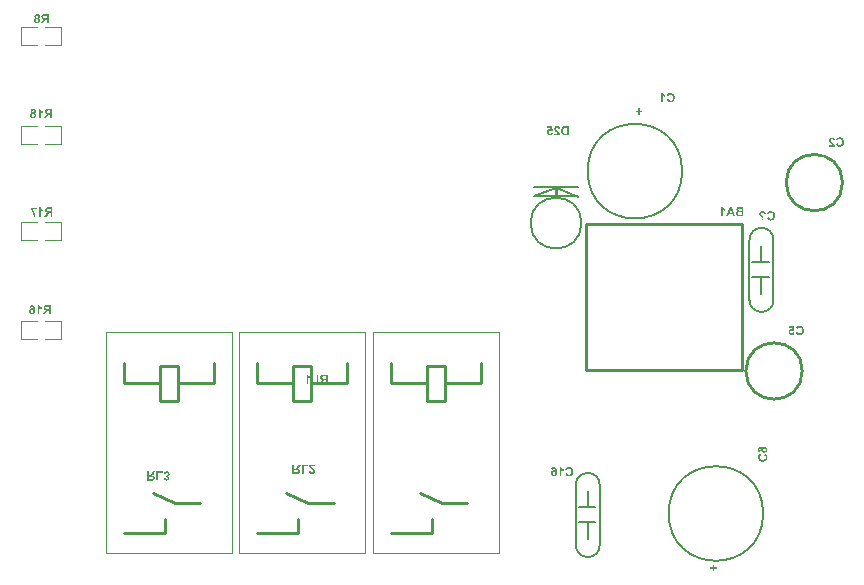
<source format=gbo>
G04*
G04 #@! TF.GenerationSoftware,Altium Limited,Altium Designer,21.2.1 (34)*
G04*
G04 Layer_Color=32896*
%FSTAX24Y24*%
%MOIN*%
G70*
G04*
G04 #@! TF.SameCoordinates,9334BE2B-5F1B-4A57-B983-AC11F37A1BB9*
G04*
G04*
G04 #@! TF.FilePolarity,Positive*
G04*
G01*
G75*
%ADD11C,0.0070*%
%ADD14C,0.0100*%
%ADD15C,0.0039*%
%ADD16C,0.0050*%
%ADD95C,0.0080*%
%ADD96C,0.0098*%
G36*
X034808Y038747D02*
X034887D01*
Y038694D01*
X034808D01*
Y038615D01*
X034755D01*
Y038694D01*
X034677D01*
Y038747D01*
X034755D01*
Y038826D01*
X034808D01*
Y038747D01*
D02*
G37*
G36*
X037285Y023532D02*
X037364D01*
Y023479D01*
X037285D01*
Y0234D01*
X037232D01*
Y023479D01*
X037153D01*
Y023532D01*
X037232D01*
Y023612D01*
X037285D01*
Y023532D01*
D02*
G37*
G36*
X032059Y038234D02*
X032072Y038231D01*
X032083Y038228D01*
X032088Y038226D01*
X032093Y038224D01*
X032097Y038222D01*
X032101Y03822D01*
X032104Y038219D01*
X032107Y038217D01*
X032109Y038215D01*
X03211Y038214D01*
X032111Y038214D01*
X032112Y038213D01*
X032116Y038209D01*
X032121Y038205D01*
X032125Y0382D01*
X032128Y038194D01*
X032134Y038183D01*
X032138Y038172D01*
X03214Y038166D01*
X032141Y038161D01*
X032142Y038157D01*
X032143Y038153D01*
X032144Y038149D01*
Y038147D01*
X032144Y038145D01*
Y038145D01*
X032086Y038139D01*
X032085Y038148D01*
X032084Y038156D01*
X032082Y038162D01*
X03208Y038167D01*
X032078Y038171D01*
X032076Y038173D01*
X032075Y038175D01*
X032074Y038176D01*
X03207Y038179D01*
X032065Y038182D01*
X03206Y038184D01*
X032055Y038185D01*
X032052Y038186D01*
X032048Y038187D01*
X032045D01*
X032039Y038186D01*
X032033Y038185D01*
X032028Y038183D01*
X032024Y038182D01*
X03202Y038179D01*
X032018Y038178D01*
X032017Y038177D01*
X032016Y038176D01*
X032013Y038172D01*
X03201Y038167D01*
X032008Y038162D01*
X032007Y038157D01*
X032006Y038153D01*
X032006Y038149D01*
Y038147D01*
Y038146D01*
X032006Y03814D01*
X032008Y038133D01*
X032009Y038127D01*
X032012Y038122D01*
X032014Y038117D01*
X032016Y038114D01*
X032017Y038112D01*
X032018Y038111D01*
X03202Y038108D01*
X032022Y038105D01*
X032026Y038101D01*
X032029Y038098D01*
X032037Y038089D01*
X032045Y038081D01*
X032053Y038074D01*
X032057Y03807D01*
X03206Y038067D01*
X032062Y038065D01*
X032064Y038063D01*
X032066Y038062D01*
X032066Y038061D01*
X032075Y038053D01*
X032083Y038045D01*
X03209Y038038D01*
X032097Y038031D01*
X032103Y038024D01*
X032108Y038018D01*
X032113Y038013D01*
X032117Y038008D01*
X03212Y038004D01*
X032124Y038D01*
X032126Y037996D01*
X032128Y037994D01*
X03213Y037991D01*
X032131Y03799D01*
X032132Y037989D01*
Y037988D01*
X032137Y037978D01*
X032141Y037968D01*
X032145Y037959D01*
X032147Y037949D01*
X032149Y037942D01*
X03215Y037939D01*
X03215Y037936D01*
X03215Y037934D01*
X032151Y037932D01*
Y037931D01*
Y037931D01*
X031948D01*
Y037985D01*
X032063D01*
X03206Y037991D01*
X032055Y037995D01*
X032054Y037998D01*
X032053Y037999D01*
X032052Y038D01*
X032051Y038D01*
X032049Y038002D01*
X032048Y038004D01*
X032043Y038009D01*
X032037Y038015D01*
X032031Y03802D01*
X032026Y038026D01*
X032021Y03803D01*
X03202Y038032D01*
X032018Y038033D01*
X032017Y038034D01*
X032017Y038034D01*
X032007Y038043D01*
X031999Y038051D01*
X031992Y038058D01*
X031987Y038063D01*
X031983Y038067D01*
X03198Y038071D01*
X031979Y038072D01*
X031978Y038073D01*
X031973Y03808D01*
X031968Y038087D01*
X031964Y038094D01*
X031961Y0381D01*
X031958Y038104D01*
X031956Y038108D01*
X031955Y03811D01*
X031955Y038111D01*
X031953Y038118D01*
X031951Y038125D01*
X031949Y038132D01*
X031949Y038138D01*
X031948Y038143D01*
X031948Y038147D01*
Y038149D01*
Y03815D01*
X031948Y038157D01*
X031949Y038163D01*
X031952Y038175D01*
X031956Y038185D01*
X031961Y038194D01*
X031965Y038201D01*
X031967Y038204D01*
X031969Y038206D01*
X031971Y038208D01*
X031972Y038209D01*
X031973Y03821D01*
X031973Y03821D01*
X031978Y038214D01*
X031984Y038219D01*
X03199Y038222D01*
X031995Y038225D01*
X032007Y038229D01*
X032018Y038231D01*
X032024Y038233D01*
X032028Y038233D01*
X032033Y038234D01*
X032037Y038234D01*
X03204Y038235D01*
X032051D01*
X032059Y038234D01*
D02*
G37*
G36*
X031901Y038071D02*
X031854Y038065D01*
X03185Y038069D01*
X031846Y038072D01*
X031839Y038078D01*
X031831Y038082D01*
X031824Y038084D01*
X031818Y038086D01*
X031813Y038087D01*
X031811Y038087D01*
X031809D01*
X031802Y038087D01*
X031795Y038085D01*
X03179Y038083D01*
X031785Y03808D01*
X031782Y038077D01*
X031779Y038075D01*
X031777Y038073D01*
X031777Y038073D01*
X031772Y038067D01*
X031769Y03806D01*
X031767Y038053D01*
X031765Y038047D01*
X031764Y038041D01*
X031764Y038036D01*
Y038034D01*
Y038032D01*
Y038031D01*
Y038031D01*
X031764Y038021D01*
X031766Y038012D01*
X031768Y038004D01*
X03177Y037998D01*
X031772Y037993D01*
X031775Y037989D01*
X031776Y037988D01*
X031777Y037987D01*
X031782Y037982D01*
X031787Y037978D01*
X031792Y037976D01*
X031797Y037974D01*
X031801Y037973D01*
X031804Y037972D01*
X031807Y037972D01*
X031807D01*
X031813Y037972D01*
X031819Y037974D01*
X031823Y037976D01*
X031827Y037977D01*
X031831Y037979D01*
X031833Y037981D01*
X031835Y037982D01*
X031836Y037983D01*
X03184Y037988D01*
X031843Y037993D01*
X031845Y037998D01*
X031847Y038003D01*
X031848Y038007D01*
X031849Y038011D01*
X03185Y038013D01*
Y038014D01*
X031907Y038008D01*
X031906Y038001D01*
X031905Y037995D01*
X031901Y037982D01*
X031896Y037972D01*
X03189Y037964D01*
X031887Y03796D01*
X031885Y037957D01*
X031883Y037954D01*
X03188Y037952D01*
X031878Y03795D01*
X031877Y037948D01*
X031877Y037948D01*
X031876Y037947D01*
X031871Y037944D01*
X031866Y03794D01*
X031854Y037935D01*
X031843Y037931D01*
X031832Y037928D01*
X031827Y037927D01*
X031823Y037927D01*
X031819Y037926D01*
X031815D01*
X031812Y037925D01*
X031808D01*
X031798Y037926D01*
X031789Y037927D01*
X031781Y037929D01*
X031773Y037931D01*
X031766Y037935D01*
X031759Y037938D01*
X031753Y037941D01*
X031747Y037945D01*
X031742Y037949D01*
X031738Y037953D01*
X031734Y037956D01*
X031731Y037959D01*
X031729Y037961D01*
X031727Y037963D01*
X031726Y037965D01*
X031726Y037965D01*
X031722Y037971D01*
X031718Y037977D01*
X031713Y037988D01*
X031709Y037999D01*
X031707Y03801D01*
X031706Y038014D01*
X031705Y038018D01*
X031705Y038022D01*
Y038025D01*
X031704Y038028D01*
Y03803D01*
Y038031D01*
Y038032D01*
X031705Y03804D01*
X031706Y038048D01*
X031707Y038055D01*
X031708Y038062D01*
X031711Y038069D01*
X031713Y038075D01*
X031715Y03808D01*
X031718Y038085D01*
X03172Y03809D01*
X031723Y038094D01*
X031725Y038097D01*
X031727Y0381D01*
X031729Y038102D01*
X03173Y038104D01*
X031731Y038105D01*
X031731Y038105D01*
X031736Y03811D01*
X031742Y038114D01*
X031748Y038118D01*
X031753Y038121D01*
X031759Y038124D01*
X031764Y038126D01*
X031774Y03813D01*
X031779Y038131D01*
X031783Y038132D01*
X031787Y038132D01*
X03179Y038133D01*
X031793Y038133D01*
X031797D01*
X031804Y038133D01*
X031812Y038132D01*
X031819Y03813D01*
X031824Y038129D01*
X031829Y038127D01*
X031833Y038125D01*
X031836Y038124D01*
X031837Y038124D01*
X031827Y038175D01*
X031718D01*
Y038229D01*
X031871D01*
X031901Y038071D01*
D02*
G37*
G36*
X032436Y037931D02*
X032321D01*
X032309Y037931D01*
X032298Y037932D01*
X032289Y037933D01*
X032282Y037934D01*
X032275Y037935D01*
X032271Y037936D01*
X032268Y037936D01*
X032268Y037937D01*
X032258Y037941D01*
X03225Y037944D01*
X032242Y037948D01*
X032236Y037953D01*
X032231Y037956D01*
X032227Y037959D01*
X032226Y037961D01*
X032225Y037961D01*
X032217Y03797D01*
X032211Y037978D01*
X032205Y037987D01*
X032201Y037996D01*
X032197Y038003D01*
X032196Y038006D01*
X032194Y038009D01*
X032193Y038012D01*
X032193Y038013D01*
X032192Y038014D01*
Y038015D01*
X032189Y038025D01*
X032187Y038036D01*
X032185Y038047D01*
X032184Y038057D01*
X032183Y038066D01*
Y03807D01*
X032183Y038073D01*
Y038076D01*
Y038077D01*
Y038079D01*
Y038079D01*
X032183Y038095D01*
X032184Y038108D01*
X032186Y038121D01*
X032187Y038126D01*
X032188Y038131D01*
X032189Y038136D01*
X03219Y038139D01*
X032191Y038143D01*
X032191Y038146D01*
X032192Y038148D01*
X032192Y038149D01*
X032193Y03815D01*
Y038151D01*
X032197Y038161D01*
X032202Y038171D01*
X032206Y038179D01*
X032211Y038186D01*
X032215Y038192D01*
X032219Y038196D01*
X032221Y038199D01*
X032221Y0382D01*
X032222D01*
X032229Y038207D01*
X032237Y038213D01*
X032244Y038218D01*
X032251Y038221D01*
X032258Y038224D01*
X032262Y038226D01*
X032264Y038227D01*
X032266Y038227D01*
X032267Y038228D01*
X032267D01*
X032275Y03823D01*
X032285Y038231D01*
X032294Y038232D01*
X032304Y038233D01*
X032312Y038233D01*
X032315Y038234D01*
X032436D01*
Y037931D01*
D02*
G37*
G36*
X038904Y035395D02*
X038912Y035395D01*
X03892Y035393D01*
X038927Y035391D01*
X038934Y03539D01*
X03894Y035387D01*
X038946Y035385D01*
X038951Y035383D01*
X038956Y03538D01*
X03896Y035378D01*
X038964Y035376D01*
X038967Y035374D01*
X038969Y035372D01*
X038971Y035371D01*
X038972Y03537D01*
X038972Y03537D01*
X038977Y035365D01*
X038982Y03536D01*
X038986Y035355D01*
X038989Y035349D01*
X038992Y035344D01*
X038995Y035338D01*
X038998Y035329D01*
X039001Y03532D01*
X039002Y035316D01*
X039002Y035313D01*
X039003Y035311D01*
X039003Y035309D01*
Y035308D01*
Y035307D01*
X038949Y035301D01*
X038947Y035309D01*
X038944Y035317D01*
X038941Y035324D01*
X038937Y035329D01*
X038934Y035333D01*
X038932Y035336D01*
X03893Y035338D01*
X038929Y035338D01*
X038923Y035343D01*
X038917Y035346D01*
X038911Y035348D01*
X038905Y03535D01*
X0389Y035351D01*
X038896Y035351D01*
X038892D01*
X038884Y035351D01*
X038877Y03535D01*
X038871Y035347D01*
X038866Y035345D01*
X038862Y035343D01*
X038859Y035341D01*
X038857Y035339D01*
X038856Y035339D01*
X038852Y035334D01*
X038849Y035329D01*
X038846Y035325D01*
X038844Y03532D01*
X038843Y035316D01*
X038843Y035313D01*
Y035311D01*
Y03531D01*
X038843Y035306D01*
X038844Y035302D01*
X038845Y035298D01*
X038846Y035294D01*
X038848Y035291D01*
X038849Y03529D01*
X03885Y035288D01*
X03885Y035288D01*
X038852Y035286D01*
X038853Y035285D01*
X038857Y035281D01*
X038862Y035276D01*
X038867Y035272D01*
X038873Y035267D01*
X038877Y035264D01*
X03888Y035261D01*
X03888Y035261D01*
X038881Y035261D01*
X03889Y035253D01*
X038896Y035246D01*
X038902Y03524D01*
X038907Y035235D01*
X03891Y03523D01*
X038913Y035226D01*
X038914Y035225D01*
X038914Y035224D01*
X038917Y035217D01*
X038919Y03521D01*
X038921Y035203D01*
X038922Y035196D01*
X038922Y03519D01*
X038923Y035186D01*
Y035184D01*
Y035183D01*
Y035182D01*
Y035182D01*
Y03518D01*
Y035179D01*
X038922Y035174D01*
Y035172D01*
Y03517D01*
Y035168D01*
Y035168D01*
X03887D01*
Y035176D01*
X038869Y035183D01*
X038869Y035189D01*
X038868Y035193D01*
X038867Y035196D01*
X038867Y035199D01*
X038866Y0352D01*
Y035201D01*
X038864Y035204D01*
X038861Y035208D01*
X038857Y035213D01*
X038853Y035217D01*
X038849Y03522D01*
X038846Y035223D01*
X038844Y035225D01*
X038843Y035226D01*
X038837Y035231D01*
X038831Y035236D01*
X038825Y035241D01*
X038821Y035245D01*
X038817Y03525D01*
X038813Y035253D01*
X038807Y03526D01*
X038802Y035265D01*
X038799Y035269D01*
X038797Y035271D01*
X038797Y035272D01*
X038793Y035279D01*
X03879Y035285D01*
X038789Y035291D01*
X038787Y035297D01*
X038786Y035302D01*
X038786Y035305D01*
Y035308D01*
Y035309D01*
X038786Y035315D01*
X038787Y035321D01*
X038789Y035327D01*
X03879Y035332D01*
X038796Y035343D01*
X038801Y035352D01*
X038806Y035359D01*
X038809Y035362D01*
X038811Y035365D01*
X038813Y035367D01*
X038814Y035368D01*
X038815Y035369D01*
X038816Y035369D01*
X038821Y035374D01*
X038828Y035378D01*
X038834Y035381D01*
X038841Y035385D01*
X038847Y035387D01*
X038854Y035389D01*
X038867Y035392D01*
X038873Y035393D01*
X038878Y035394D01*
X038883Y035395D01*
X038887Y035395D01*
X03889Y035396D01*
X038895D01*
X038904Y035395D01*
D02*
G37*
G36*
X03918Y035397D02*
X039191Y035396D01*
X039202Y035394D01*
X039211Y035391D01*
X039221Y035388D01*
X039229Y035385D01*
X039237Y035381D01*
X039244Y035377D01*
X03925Y035373D01*
X039256Y035369D01*
X03926Y035366D01*
X039264Y035362D01*
X039267Y03536D01*
X039269Y035358D01*
X039271Y035356D01*
X039271Y035356D01*
X039278Y035348D01*
X039284Y035339D01*
X039289Y03533D01*
X039294Y03532D01*
X039298Y03531D01*
X0393Y0353D01*
X039303Y035291D01*
X039305Y035281D01*
X039307Y035273D01*
X039308Y035265D01*
X039309Y035257D01*
X03931Y035251D01*
Y035246D01*
X03931Y035242D01*
Y035239D01*
Y035238D01*
X03931Y035226D01*
X039308Y035213D01*
X039306Y035202D01*
X039304Y035191D01*
X039301Y035181D01*
X039298Y035172D01*
X039294Y035163D01*
X039291Y035155D01*
X039287Y035149D01*
X039284Y035143D01*
X03928Y035137D01*
X039277Y035133D01*
X039275Y03513D01*
X039273Y035128D01*
X039272Y035126D01*
X039271Y035126D01*
X039264Y035119D01*
X039256Y035113D01*
X039248Y035107D01*
X039239Y035102D01*
X039231Y035098D01*
X039223Y035095D01*
X039215Y035092D01*
X039207Y03509D01*
X0392Y035088D01*
X039193Y035087D01*
X039187Y035086D01*
X039182Y035085D01*
X039178D01*
X039175Y035085D01*
X039172D01*
X039163Y035085D01*
X039155Y035086D01*
X039147Y035087D01*
X039139Y035089D01*
X039132Y03509D01*
X039126Y035092D01*
X03912Y035095D01*
X039114Y035097D01*
X039109Y035099D01*
X039104Y035102D01*
X039101Y035103D01*
X039097Y035105D01*
X039095Y035107D01*
X039093Y035108D01*
X039092Y035108D01*
X039092Y035109D01*
X039086Y035114D01*
X039081Y035119D01*
X039071Y035131D01*
X039063Y035143D01*
X039057Y035155D01*
X039055Y035161D01*
X039052Y035166D01*
X03905Y035171D01*
X039049Y035175D01*
X039048Y035179D01*
X039047Y035181D01*
X039046Y035183D01*
Y035183D01*
X039106Y035202D01*
X039109Y03519D01*
X039113Y03518D01*
X039117Y035171D01*
X039121Y035164D01*
X039125Y035159D01*
X039128Y035155D01*
X03913Y035153D01*
X039131Y035152D01*
X039138Y035147D01*
X039145Y035143D01*
X039152Y035141D01*
X039159Y035139D01*
X039164Y035138D01*
X039169Y035137D01*
X039171Y035137D01*
X039173D01*
X039179Y035137D01*
X039185Y035138D01*
X039195Y035141D01*
X039204Y035144D01*
X039212Y035149D01*
X039218Y035154D01*
X039223Y035157D01*
X039226Y03516D01*
X039226Y035161D01*
X039227Y035161D01*
X03923Y035166D01*
X039233Y035172D01*
X039236Y035178D01*
X039238Y035184D01*
X039242Y035198D01*
X039244Y035211D01*
X039245Y035218D01*
X039246Y035224D01*
X039246Y035229D01*
Y035234D01*
X039247Y035238D01*
Y035241D01*
Y035243D01*
Y035243D01*
X039246Y035253D01*
X039246Y035262D01*
X039245Y035271D01*
X039244Y035278D01*
X039242Y035285D01*
X03924Y035292D01*
X039239Y035297D01*
X039236Y035303D01*
X039234Y035307D01*
X039233Y035311D01*
X039231Y035314D01*
X039229Y035317D01*
X039228Y035319D01*
X039227Y03532D01*
X039226Y035321D01*
Y035321D01*
X039222Y035326D01*
X039218Y03533D01*
X039213Y035333D01*
X039209Y035336D01*
X0392Y03534D01*
X039191Y035343D01*
X039183Y035344D01*
X03918Y035345D01*
X039177Y035345D01*
X039175Y035346D01*
X039172D01*
X039163Y035345D01*
X039155Y035344D01*
X039148Y035342D01*
X039142Y035339D01*
X039137Y035337D01*
X039133Y035334D01*
X039131Y035332D01*
X03913Y035332D01*
X039124Y035326D01*
X03912Y03532D01*
X039115Y035315D01*
X039113Y035309D01*
X03911Y035303D01*
X039109Y035299D01*
X039108Y035296D01*
X039108Y035296D01*
Y035295D01*
X039047Y035309D01*
X039051Y035322D01*
X039056Y035333D01*
X039062Y035343D01*
X039067Y03535D01*
X039072Y035357D01*
X039075Y035361D01*
X039078Y035364D01*
X039078Y035365D01*
X039079D01*
X039085Y035371D01*
X039092Y035376D01*
X0391Y03538D01*
X039107Y035384D01*
X039115Y035387D01*
X039122Y03539D01*
X039129Y035392D01*
X039137Y035394D01*
X039143Y035395D01*
X039149Y035396D01*
X039155Y035397D01*
X039159Y035397D01*
X039163Y035398D01*
X039168D01*
X03918Y035397D01*
D02*
G37*
G36*
X038922Y03509D02*
X03887D01*
Y035148D01*
X038922D01*
Y03509D01*
D02*
G37*
G36*
X03218Y026852D02*
X032185Y026843D01*
X032191Y026835D01*
X032197Y026828D01*
X032203Y026822D01*
X032208Y026818D01*
X032209Y026816D01*
X03221Y026815D01*
X032211Y026815D01*
X032212Y026814D01*
X032222Y026807D01*
X032231Y026801D01*
X032239Y026796D01*
X032246Y026793D01*
X032252Y026789D01*
X032257Y026787D01*
X032259Y026787D01*
X03226Y026787D01*
X032261Y026786D01*
X032261D01*
Y026734D01*
X032246Y026739D01*
X032231Y026746D01*
X032219Y026753D01*
X032213Y026757D01*
X032208Y026761D01*
X032203Y026764D01*
X032198Y026767D01*
X032195Y02677D01*
X032192Y026772D01*
X032189Y026775D01*
X032187Y026776D01*
X032186Y026777D01*
X032186Y026777D01*
Y026559D01*
X032128D01*
Y026863D01*
X032175D01*
X03218Y026852D01*
D02*
G37*
G36*
X03194Y026862D02*
X031949Y026861D01*
X031957Y026859D01*
X031965Y026857D01*
X031972Y026854D01*
X031978Y026851D01*
X031984Y026847D01*
X03199Y026844D01*
X031995Y026841D01*
X031999Y026837D01*
X032003Y026834D01*
X032006Y026832D01*
X032008Y026829D01*
X03201Y026827D01*
X032011Y026826D01*
X032011Y026826D01*
X032017Y026818D01*
X032021Y02681D01*
X032026Y026801D01*
X032029Y026792D01*
X032032Y026781D01*
X032034Y026771D01*
X032038Y026752D01*
X032039Y026742D01*
X03204Y026734D01*
X032041Y026726D01*
X032041Y026719D01*
X032042Y026713D01*
Y026709D01*
Y026706D01*
Y026706D01*
Y026705D01*
X032041Y026691D01*
X03204Y026677D01*
X032039Y026664D01*
X032037Y026653D01*
X032035Y026642D01*
X032033Y026633D01*
X03203Y026624D01*
X032027Y026617D01*
X032025Y02661D01*
X032022Y026604D01*
X03202Y026599D01*
X032017Y026596D01*
X032015Y026592D01*
X032014Y026591D01*
X032013Y026589D01*
X032013Y026589D01*
X032007Y026582D01*
X032001Y026577D01*
X031995Y026572D01*
X031988Y026568D01*
X031982Y026565D01*
X031976Y026562D01*
X03197Y02656D01*
X031964Y026558D01*
X031958Y026556D01*
X031953Y026555D01*
X031949Y026554D01*
X031945Y026554D01*
X031942D01*
X031939Y026553D01*
X031937D01*
X031929Y026554D01*
X031922Y026555D01*
X031915Y026556D01*
X031909Y026557D01*
X031902Y02656D01*
X031897Y026562D01*
X031891Y026564D01*
X031886Y026567D01*
X031882Y02657D01*
X031878Y026572D01*
X031875Y026574D01*
X031873Y026577D01*
X03187Y026578D01*
X031869Y02658D01*
X031868Y02658D01*
X031867Y026581D01*
X031862Y026586D01*
X031858Y026592D01*
X031855Y026598D01*
X031851Y026604D01*
X031849Y026611D01*
X031847Y026617D01*
X031843Y026629D01*
X031842Y026634D01*
X031841Y026639D01*
X031841Y026644D01*
X03184Y026648D01*
X03184Y026651D01*
Y026654D01*
Y026655D01*
Y026656D01*
X03184Y026663D01*
X031841Y026671D01*
X031842Y026679D01*
X031844Y026685D01*
X031846Y026692D01*
X031848Y026698D01*
X03185Y026703D01*
X031853Y026708D01*
X031855Y026712D01*
X031858Y026716D01*
X03186Y026719D01*
X031862Y026722D01*
X031864Y026724D01*
X031865Y026726D01*
X031866Y026727D01*
X031866Y026727D01*
X031871Y026732D01*
X031876Y026736D01*
X031881Y02674D01*
X031887Y026743D01*
X031892Y026746D01*
X031897Y026748D01*
X031907Y026751D01*
X031915Y026754D01*
X031919Y026754D01*
X031922Y026755D01*
X031924Y026755D01*
X031928D01*
X031934Y026755D01*
X031939Y026754D01*
X03195Y026751D01*
X031959Y026747D01*
X031967Y026742D01*
X031973Y026738D01*
X031978Y026734D01*
X031979Y026732D01*
X031981Y02673D01*
X031981Y02673D01*
X031982Y026729D01*
X031981Y026739D01*
X03198Y026747D01*
X031979Y026755D01*
X031978Y026762D01*
X031977Y026769D01*
X031975Y026774D01*
X031974Y026779D01*
X031973Y026783D01*
X031972Y026787D01*
X03197Y02679D01*
X031969Y026793D01*
X031968Y026795D01*
X031968Y026796D01*
X031967Y026797D01*
X031966Y026798D01*
X031961Y026804D01*
X031956Y026808D01*
X03195Y026811D01*
X031945Y026813D01*
X031941Y026814D01*
X031938Y026814D01*
X031936Y026815D01*
X031935D01*
X03193Y026814D01*
X031926Y026813D01*
X031922Y026812D01*
X031919Y026811D01*
X031916Y026809D01*
X031914Y026808D01*
X031913Y026807D01*
X031913Y026806D01*
X031909Y026803D01*
X031907Y026799D01*
X031905Y026795D01*
X031904Y026791D01*
X031903Y026787D01*
X031902Y026784D01*
X031902Y026782D01*
Y026781D01*
X031845Y026787D01*
X031849Y0268D01*
X031853Y026811D01*
X031857Y026821D01*
X031862Y026829D01*
X031867Y026835D01*
X031871Y02684D01*
X031873Y026842D01*
X031874Y026843D01*
X031874D01*
X031883Y02685D01*
X031893Y026854D01*
X031903Y026858D01*
X031911Y02686D01*
X03192Y026862D01*
X031923Y026862D01*
X031926D01*
X031928Y026863D01*
X031932D01*
X03194Y026862D01*
D02*
G37*
G36*
X03245Y026866D02*
X032461Y026865D01*
X032472Y026863D01*
X032482Y02686D01*
X032491Y026857D01*
X032499Y026853D01*
X032507Y02685D01*
X032514Y026846D01*
X03252Y026842D01*
X032526Y026838D01*
X03253Y026834D01*
X032535Y026831D01*
X032537Y026828D01*
X03254Y026827D01*
X032541Y026825D01*
X032541Y026825D01*
X032548Y026816D01*
X032554Y026808D01*
X032559Y026799D01*
X032564Y026789D01*
X032568Y026779D01*
X032571Y026769D01*
X032573Y02676D01*
X032575Y02675D01*
X032577Y026741D01*
X032578Y026734D01*
X032579Y026726D01*
X03258Y02672D01*
Y026715D01*
X03258Y02671D01*
Y026708D01*
Y026707D01*
X03258Y026694D01*
X032578Y026682D01*
X032576Y02667D01*
X032574Y02666D01*
X032571Y02665D01*
X032568Y02664D01*
X032565Y026632D01*
X032561Y026624D01*
X032557Y026617D01*
X032554Y026611D01*
X03255Y026606D01*
X032547Y026602D01*
X032545Y026599D01*
X032543Y026597D01*
X032542Y026595D01*
X032541Y026595D01*
X032534Y026587D01*
X032526Y026581D01*
X032518Y026576D01*
X03251Y026571D01*
X032501Y026567D01*
X032493Y026564D01*
X032485Y026561D01*
X032477Y026559D01*
X03247Y026557D01*
X032464Y026556D01*
X032458Y026555D01*
X032452Y026554D01*
X032448D01*
X032445Y026554D01*
X032442D01*
X032434Y026554D01*
X032425Y026555D01*
X032417Y026556D01*
X032409Y026557D01*
X032402Y026559D01*
X032396Y026561D01*
X03239Y026563D01*
X032384Y026566D01*
X032379Y026568D01*
X032375Y02657D01*
X032371Y026572D01*
X032368Y026574D01*
X032365Y026575D01*
X032364Y026577D01*
X032363Y026577D01*
X032362Y026578D01*
X032356Y026582D01*
X032351Y026588D01*
X032341Y026599D01*
X032334Y026612D01*
X032328Y026624D01*
X032325Y026629D01*
X032322Y026635D01*
X032321Y026639D01*
X032319Y026644D01*
X032318Y026647D01*
X032317Y02665D01*
X032316Y026651D01*
Y026652D01*
X032376Y02667D01*
X032379Y026658D01*
X032383Y026649D01*
X032387Y02664D01*
X032392Y026633D01*
X032395Y026628D01*
X032399Y026624D01*
X0324Y026622D01*
X032401Y026621D01*
X032408Y026616D01*
X032415Y026612D01*
X032422Y026609D01*
X032429Y026608D01*
X032435Y026607D01*
X032439Y026606D01*
X032441Y026606D01*
X032443D01*
X032449Y026606D01*
X032455Y026607D01*
X032465Y026609D01*
X032475Y026613D01*
X032482Y026618D01*
X032488Y026622D01*
X032493Y026626D01*
X032496Y026629D01*
X032496Y026629D01*
X032497Y02663D01*
X0325Y026635D01*
X032503Y02664D01*
X032506Y026646D01*
X032508Y026653D01*
X032512Y026667D01*
X032514Y02668D01*
X032515Y026686D01*
X032516Y026692D01*
X032517Y026698D01*
Y026703D01*
X032517Y026706D01*
Y02671D01*
Y026711D01*
Y026712D01*
X032517Y026722D01*
X032516Y026731D01*
X032515Y026739D01*
X032514Y026747D01*
X032512Y026754D01*
X032511Y026761D01*
X032509Y026766D01*
X032506Y026771D01*
X032505Y026776D01*
X032503Y02678D01*
X032501Y026783D01*
X0325Y026786D01*
X032498Y026787D01*
X032497Y026789D01*
X032496Y02679D01*
Y02679D01*
X032492Y026794D01*
X032488Y026799D01*
X032483Y026802D01*
X032479Y026804D01*
X03247Y026809D01*
X032461Y026811D01*
X032453Y026813D01*
X03245Y026814D01*
X032447Y026814D01*
X032445Y026815D01*
X032442D01*
X032433Y026814D01*
X032425Y026812D01*
X032418Y026811D01*
X032412Y026808D01*
X032407Y026805D01*
X032404Y026803D01*
X032401Y026801D01*
X0324Y026801D01*
X032394Y026795D01*
X03239Y026789D01*
X032386Y026783D01*
X032383Y026777D01*
X032381Y026772D01*
X032379Y026768D01*
X032378Y026765D01*
X032378Y026764D01*
Y026764D01*
X032317Y026778D01*
X032322Y026791D01*
X032327Y026802D01*
X032332Y026811D01*
X032337Y026819D01*
X032342Y026826D01*
X032346Y02683D01*
X032348Y026833D01*
X032348Y026834D01*
X032349D01*
X032356Y02684D01*
X032363Y026845D01*
X03237Y026849D01*
X032377Y026853D01*
X032385Y026856D01*
X032393Y026858D01*
X032399Y026861D01*
X032407Y026863D01*
X032413Y026864D01*
X032419Y026865D01*
X032425Y026866D01*
X032429Y026866D01*
X032433Y026867D01*
X032439D01*
X03245Y026866D01*
D02*
G37*
G36*
X018619Y02666D02*
X018615Y026654D01*
X018612Y026648D01*
X018608Y026643D01*
X018605Y026638D01*
X018599Y026629D01*
X018594Y026622D01*
X01859Y026617D01*
X018587Y026614D01*
X018585Y026612D01*
X018585Y026611D01*
X01858Y026606D01*
X018574Y026602D01*
X018569Y026597D01*
X018564Y026593D01*
X018559Y02659D01*
X018555Y026588D01*
X018553Y026586D01*
X018553Y026586D01*
X018552D01*
X018559Y026585D01*
X018566Y026583D01*
X018572Y026581D01*
X018578Y026579D01*
X018583Y026577D01*
X018589Y026574D01*
X018593Y026572D01*
X018597Y02657D01*
X0186Y026567D01*
X018603Y026565D01*
X018606Y026563D01*
X018608Y026561D01*
X018609Y02656D01*
X018611Y026559D01*
X018612Y026558D01*
Y026558D01*
X018615Y026554D01*
X018618Y026549D01*
X018623Y02654D01*
X018627Y02653D01*
X01863Y026521D01*
X018631Y026514D01*
X018631Y02651D01*
Y026507D01*
X018632Y026505D01*
Y026503D01*
Y026502D01*
Y026502D01*
X018631Y026492D01*
X01863Y026483D01*
X018628Y026475D01*
X018625Y026468D01*
X018623Y026462D01*
X018621Y026458D01*
X018619Y026455D01*
X018618Y026454D01*
X018613Y026447D01*
X018607Y026441D01*
X018601Y026436D01*
X018596Y026431D01*
X018591Y026428D01*
X018587Y026426D01*
X018584Y026425D01*
X018583Y026425D01*
X018583D01*
X018579Y026423D01*
X018574Y026422D01*
X018563Y02642D01*
X018551Y026418D01*
X01854Y026417D01*
X018535Y026417D01*
X018525D01*
X018521Y026416D01*
X018385D01*
Y026719D01*
X018447D01*
Y026593D01*
X018466D01*
X018472Y026593D01*
X018477Y026594D01*
X018482Y026595D01*
X018485Y026595D01*
X018487Y026596D01*
X018488Y026597D01*
X018489D01*
X018493Y026598D01*
X018496Y0266D01*
X018502Y026604D01*
X018504Y026606D01*
X018506Y026608D01*
X018507Y026608D01*
X018507Y026609D01*
X018509Y026611D01*
X018511Y026614D01*
X018516Y02662D01*
X018522Y026627D01*
X018527Y026635D01*
X018532Y026642D01*
X018534Y026645D01*
X018536Y026648D01*
X018537Y02665D01*
X018539Y026652D01*
X018539Y026653D01*
X01854Y026654D01*
X018583Y026719D01*
X018656D01*
X018619Y02666D01*
D02*
G37*
G36*
X019041Y026724D02*
X019049Y026723D01*
X019056Y026722D01*
X019062Y02672D01*
X019069Y026718D01*
X019075Y026716D01*
X01908Y026713D01*
X019085Y02671D01*
X01909Y026708D01*
X019094Y026705D01*
X019097Y026703D01*
X0191Y026701D01*
X019103Y026699D01*
X019104Y026698D01*
X019105Y026697D01*
X019105Y026697D01*
X01911Y026691D01*
X019115Y026685D01*
X019119Y02668D01*
X019122Y026674D01*
X019125Y026668D01*
X019127Y026663D01*
X019131Y026652D01*
X019132Y026647D01*
X019133Y026643D01*
X019134Y026639D01*
X019134Y026635D01*
X019135Y026632D01*
Y026631D01*
Y026629D01*
Y026629D01*
X019134Y026619D01*
X019132Y02661D01*
X01913Y026602D01*
X019127Y026595D01*
X019124Y026589D01*
X019121Y026585D01*
X01912Y026583D01*
X019119Y026582D01*
X019113Y026575D01*
X019106Y02657D01*
X019099Y026565D01*
X019092Y026562D01*
X019087Y02656D01*
X019082Y026558D01*
X01908Y026557D01*
X019079D01*
X019078Y026557D01*
X019078D01*
X019085Y026552D01*
X019092Y026547D01*
X019098Y026542D01*
X019103Y026537D01*
X019107Y026532D01*
X019111Y026526D01*
X019114Y026521D01*
X019116Y026516D01*
X019118Y026511D01*
X019119Y026507D01*
X01912Y026503D01*
X019121Y0265D01*
Y026497D01*
X019121Y026495D01*
Y026494D01*
Y026493D01*
Y026488D01*
X019121Y026483D01*
X019118Y026473D01*
X019115Y026465D01*
X019111Y026458D01*
X019107Y026451D01*
X019103Y026447D01*
X019102Y026445D01*
X019101Y026444D01*
X0191Y026443D01*
X0191Y026443D01*
X019095Y026438D01*
X01909Y026434D01*
X019084Y02643D01*
X019078Y026427D01*
X019073Y026424D01*
X019067Y026422D01*
X019056Y026419D01*
X019051Y026418D01*
X019046Y026417D01*
X019042Y026416D01*
X019038Y026416D01*
X019035Y026415D01*
X019031D01*
X019022Y026416D01*
X019013Y026417D01*
X019006Y026419D01*
X018999Y02642D01*
X018993Y026422D01*
X018989Y026424D01*
X018986Y026425D01*
X018986Y026425D01*
X018985D01*
X018979Y026429D01*
X018972Y026433D01*
X018967Y026437D01*
X018962Y026441D01*
X018959Y026445D01*
X018956Y026448D01*
X018955Y02645D01*
X018954Y026451D01*
X01895Y026457D01*
X018947Y026465D01*
X018944Y026472D01*
X018942Y026479D01*
X01894Y026485D01*
X018938Y02649D01*
X018938Y026492D01*
Y026494D01*
X018937Y026495D01*
Y026495D01*
X018991Y026504D01*
X018992Y026497D01*
X018994Y026491D01*
X018996Y026486D01*
X018998Y026481D01*
X019Y026478D01*
X019002Y026476D01*
X019003Y026474D01*
X019003Y026474D01*
X019008Y02647D01*
X019012Y026468D01*
X019016Y026466D01*
X01902Y026465D01*
X019024Y026464D01*
X019027Y026463D01*
X019029D01*
X019035Y026464D01*
X01904Y026465D01*
X019044Y026466D01*
X019048Y026468D01*
X01905Y02647D01*
X019052Y026471D01*
X019054Y026472D01*
X019054Y026472D01*
X019057Y026476D01*
X01906Y02648D01*
X019061Y026484D01*
X019062Y026488D01*
X019063Y026491D01*
X019063Y026494D01*
Y026496D01*
Y026497D01*
X019063Y026503D01*
X019061Y026509D01*
X019059Y026514D01*
X019057Y026518D01*
X019055Y026521D01*
X019052Y026524D01*
X019051Y026526D01*
X01905Y026526D01*
X019045Y026529D01*
X019039Y026532D01*
X019033Y026534D01*
X019028Y026535D01*
X019023Y026535D01*
X019018Y026536D01*
X019014D01*
X019008Y026583D01*
X019014Y026581D01*
X019019Y02658D01*
X019023Y026579D01*
X019027Y026579D01*
X01903Y026578D01*
X019034D01*
X01904Y026579D01*
X019046Y02658D01*
X019051Y026582D01*
X019055Y026585D01*
X019059Y026587D01*
X019061Y026589D01*
X019063Y026591D01*
X019063Y026591D01*
X019067Y026596D01*
X01907Y026602D01*
X019073Y026608D01*
X019074Y026613D01*
X019075Y026618D01*
X019075Y026622D01*
Y026625D01*
Y026626D01*
Y026626D01*
X019075Y026634D01*
X019073Y026642D01*
X019071Y026648D01*
X019069Y026654D01*
X019067Y026658D01*
X019065Y026661D01*
X019063Y026663D01*
X019063Y026663D01*
X019058Y026668D01*
X019053Y026671D01*
X019048Y026673D01*
X019043Y026675D01*
X019039Y026676D01*
X019036Y026677D01*
X019032D01*
X019026Y026676D01*
X019021Y026675D01*
X019016Y026673D01*
X019012Y026671D01*
X019008Y026669D01*
X019006Y026667D01*
X019004Y026666D01*
X019004Y026666D01*
X019Y026661D01*
X018996Y026656D01*
X018994Y02665D01*
X018992Y026645D01*
X018991Y02664D01*
X01899Y026636D01*
X01899Y026633D01*
Y026633D01*
Y026632D01*
X018933Y026639D01*
X018934Y026646D01*
X018936Y026653D01*
X01894Y026665D01*
X018945Y026676D01*
X01895Y026685D01*
X018953Y026688D01*
X018955Y026691D01*
X018958Y026695D01*
X01896Y026697D01*
X018962Y026699D01*
X018963Y0267D01*
X018964Y026701D01*
X018964Y026701D01*
X018969Y026705D01*
X018975Y026709D01*
X018981Y026712D01*
X018986Y026715D01*
X018998Y026719D01*
X019009Y026722D01*
X019014Y026723D01*
X019018Y026723D01*
X019022Y026724D01*
X019026Y026724D01*
X019029Y026725D01*
X019033D01*
X019041Y026724D01*
D02*
G37*
G36*
X018905Y026668D02*
X018753D01*
Y026419D01*
X018692D01*
Y026719D01*
X018905D01*
Y026668D01*
D02*
G37*
G36*
X023461Y026883D02*
X023457Y026876D01*
X023453Y026871D01*
X02345Y026865D01*
X023446Y02686D01*
X023441Y026852D01*
X023436Y026845D01*
X023432Y02684D01*
X023429Y026837D01*
X023427Y026834D01*
X023426Y026834D01*
X023421Y026829D01*
X023416Y026824D01*
X02341Y02682D01*
X023405Y026816D01*
X023401Y026813D01*
X023397Y026811D01*
X023395Y026809D01*
X023394Y026809D01*
X023394D01*
X023401Y026807D01*
X023408Y026806D01*
X023414Y026804D01*
X02342Y026802D01*
X023425Y026799D01*
X02343Y026797D01*
X023434Y026795D01*
X023438Y026793D01*
X023442Y02679D01*
X023445Y026788D01*
X023447Y026786D01*
X023449Y026784D01*
X023451Y026782D01*
X023452Y026781D01*
X023453Y026781D01*
Y026781D01*
X023457Y026776D01*
X02346Y026772D01*
X023465Y026763D01*
X023468Y026753D01*
X023471Y026744D01*
X023473Y026736D01*
X023473Y026733D01*
Y02673D01*
X023473Y026728D01*
Y026726D01*
Y026725D01*
Y026724D01*
X023473Y026715D01*
X023472Y026705D01*
X023469Y026698D01*
X023467Y026691D01*
X023464Y026685D01*
X023462Y026681D01*
X023461Y026678D01*
X02346Y026677D01*
X023455Y026669D01*
X023449Y026663D01*
X023443Y026658D01*
X023438Y026654D01*
X023432Y026651D01*
X023428Y026649D01*
X023426Y026648D01*
X023425Y026647D01*
X023425D01*
X02342Y026646D01*
X023415Y026645D01*
X023404Y026643D01*
X023393Y026641D01*
X023381Y02664D01*
X023376Y026639D01*
X023367D01*
X023362Y026639D01*
X023227D01*
Y026942D01*
X023288D01*
Y026816D01*
X023307D01*
X023314Y026816D01*
X023319Y026817D01*
X023323Y026817D01*
X023326Y026818D01*
X023329Y026819D01*
X02333Y026819D01*
X023331D01*
X023334Y026821D01*
X023337Y026823D01*
X023343Y026827D01*
X023346Y026828D01*
X023348Y02683D01*
X023349Y026831D01*
X023349Y026832D01*
X023351Y026834D01*
X023353Y026836D01*
X023358Y026843D01*
X023363Y02685D01*
X023368Y026858D01*
X023373Y026865D01*
X023376Y026868D01*
X023378Y026871D01*
X023379Y026873D01*
X02338Y026875D01*
X023381Y026876D01*
X023381Y026876D01*
X023425Y026942D01*
X023498D01*
X023461Y026883D01*
D02*
G37*
G36*
X023973Y026888D02*
X023857D01*
X023861Y026882D01*
X023865Y026877D01*
X023867Y026875D01*
X023868Y026874D01*
X023869Y026873D01*
X023869Y026872D01*
X023871Y02687D01*
X023873Y026869D01*
X023878Y026864D01*
X023884Y026858D01*
X02389Y026852D01*
X023895Y026847D01*
X0239Y026843D01*
X023901Y026841D01*
X023903Y02684D01*
X023904Y026839D01*
X023904Y026839D01*
X023914Y02683D01*
X023922Y026822D01*
X023928Y026815D01*
X023934Y02681D01*
X023938Y026805D01*
X02394Y026802D01*
X023942Y0268D01*
X023942Y0268D01*
X023948Y026793D01*
X023953Y026786D01*
X023957Y026779D01*
X02396Y026773D01*
X023963Y026769D01*
X023964Y026765D01*
X023965Y026763D01*
X023966Y026762D01*
X023968Y026755D01*
X02397Y026747D01*
X023971Y026741D01*
X023972Y026735D01*
X023973Y02673D01*
X023973Y026726D01*
Y026723D01*
Y026722D01*
X023973Y026716D01*
X023972Y02671D01*
X023969Y026698D01*
X023965Y026688D01*
X02396Y026679D01*
X023956Y026672D01*
X023953Y026669D01*
X023952Y026667D01*
X02395Y026665D01*
X023948Y026663D01*
X023948Y026663D01*
X023947Y026663D01*
X023942Y026658D01*
X023937Y026654D01*
X023931Y026651D01*
X023926Y026648D01*
X023914Y026644D01*
X023903Y026641D01*
X023897Y02664D01*
X023893Y026639D01*
X023888Y026639D01*
X023884Y026639D01*
X023881Y026638D01*
X023869D01*
X023862Y026639D01*
X023849Y026641D01*
X023838Y026645D01*
X023833Y026647D01*
X023828Y026649D01*
X023823Y026651D01*
X02382Y026652D01*
X023816Y026654D01*
X023814Y026656D01*
X023812Y026657D01*
X02381Y026658D01*
X02381Y026659D01*
X023809Y026659D01*
X023804Y026663D01*
X0238Y026668D01*
X023796Y026673D01*
X023792Y026679D01*
X023787Y02669D01*
X023783Y026701D01*
X023781Y026707D01*
X02378Y026712D01*
X023779Y026716D01*
X023778Y02672D01*
X023777Y026723D01*
Y026726D01*
X023777Y026728D01*
Y026728D01*
X023834Y026734D01*
X023835Y026725D01*
X023837Y026717D01*
X023839Y026711D01*
X023841Y026706D01*
X023843Y026702D01*
X023845Y026699D01*
X023846Y026698D01*
X023846Y026697D01*
X023851Y026693D01*
X023856Y026691D01*
X023861Y026689D01*
X023865Y026687D01*
X023869Y026687D01*
X023873Y026686D01*
X023875D01*
X023882Y026687D01*
X023888Y026688D01*
X023893Y026689D01*
X023897Y026691D01*
X0239Y026693D01*
X023903Y026695D01*
X023904Y026696D01*
X023904Y026697D01*
X023908Y026701D01*
X02391Y026706D01*
X023912Y026711D01*
X023914Y026716D01*
X023915Y02672D01*
X023915Y026723D01*
Y026726D01*
Y026727D01*
X023915Y026733D01*
X023913Y02674D01*
X023911Y026746D01*
X023909Y026751D01*
X023907Y026756D01*
X023905Y026759D01*
X023904Y026761D01*
X023903Y026762D01*
X023901Y026765D01*
X023898Y026768D01*
X023895Y026771D01*
X023892Y026775D01*
X023884Y026783D01*
X023875Y026792D01*
X023868Y026799D01*
X023864Y026803D01*
X023861Y026805D01*
X023858Y026808D01*
X023857Y02681D01*
X023855Y026811D01*
X023855Y026811D01*
X023846Y02682D01*
X023838Y026828D01*
X023831Y026835D01*
X023824Y026842D01*
X023818Y026848D01*
X023813Y026854D01*
X023808Y02686D01*
X023804Y026865D01*
X0238Y026869D01*
X023797Y026873D01*
X023795Y026876D01*
X023792Y026879D01*
X023791Y026882D01*
X02379Y026883D01*
X023789Y026884D01*
Y026884D01*
X023784Y026894D01*
X02378Y026905D01*
X023776Y026914D01*
X023774Y026923D01*
X023772Y026931D01*
X023771Y026934D01*
X023771Y026937D01*
X02377Y026939D01*
X02377Y026941D01*
Y026941D01*
Y026942D01*
X023973D01*
Y026888D01*
D02*
G37*
G36*
X023746Y026891D02*
X023595D01*
Y026642D01*
X023533D01*
Y026942D01*
X023746D01*
Y026891D01*
D02*
G37*
G36*
X023752Y029932D02*
X023757Y029922D01*
X023763Y029914D01*
X023769Y029907D01*
X023775Y029901D01*
X02378Y029897D01*
X023781Y029896D01*
X023783Y029894D01*
X023784Y029894D01*
X023784Y029893D01*
X023794Y029886D01*
X023803Y02988D01*
X023811Y029875D01*
X023819Y029872D01*
X023825Y029868D01*
X023829Y029867D01*
X023831Y029866D01*
X023833Y029866D01*
X023833Y029865D01*
X023834D01*
Y029813D01*
X023818Y029819D01*
X023804Y029826D01*
X023791Y029832D01*
X023785Y029836D01*
X02378Y02984D01*
X023775Y029843D01*
X023771Y029846D01*
X023767Y029849D01*
X023764Y029851D01*
X023762Y029854D01*
X02376Y029855D01*
X023759Y029856D01*
X023758Y029856D01*
Y029638D01*
X0237D01*
Y029942D01*
X023748D01*
X023752Y029932D01*
D02*
G37*
G36*
X0244Y029638D02*
X024338D01*
Y029764D01*
X024319D01*
X024313Y029764D01*
X024307Y029763D01*
X024303Y029762D01*
X0243Y029762D01*
X024298Y029761D01*
X024296Y029761D01*
X024296D01*
X024292Y029759D01*
X024289Y029757D01*
X024283Y029753D01*
X024281Y029751D01*
X024279Y02975D01*
X024278Y029749D01*
X024278Y029748D01*
X024276Y029746D01*
X024274Y029744D01*
X024269Y029737D01*
X024263Y02973D01*
X024258Y029722D01*
X024253Y029715D01*
X024251Y029712D01*
X024249Y029709D01*
X024248Y029707D01*
X024246Y029705D01*
X024246Y029704D01*
X024245Y029703D01*
X024202Y029638D01*
X024129D01*
X024165Y029697D01*
X02417Y029703D01*
X024173Y029709D01*
X024177Y029714D01*
X02418Y02972D01*
X024186Y029728D01*
X024191Y029735D01*
X024195Y02974D01*
X024198Y029743D01*
X0242Y029745D01*
X0242Y029746D01*
X024205Y029751D01*
X024211Y029755D01*
X024216Y02976D01*
X024221Y029764D01*
X024226Y029767D01*
X02423Y029769D01*
X024232Y029771D01*
X024232Y029771D01*
X024233D01*
X024225Y029773D01*
X024219Y029774D01*
X024213Y029776D01*
X024207Y029778D01*
X024201Y02978D01*
X024196Y029783D01*
X024192Y029785D01*
X024188Y029787D01*
X024185Y02979D01*
X024182Y029792D01*
X024179Y029794D01*
X024177Y029796D01*
X024176Y029797D01*
X024174Y029798D01*
X024173Y029799D01*
Y029799D01*
X02417Y029803D01*
X024166Y029808D01*
X024162Y029817D01*
X024158Y029827D01*
X024155Y029836D01*
X024154Y029844D01*
X024153Y029847D01*
Y02985D01*
X024153Y029852D01*
Y029854D01*
Y029855D01*
Y029856D01*
X024153Y029865D01*
X024155Y029874D01*
X024157Y029882D01*
X024159Y029889D01*
X024162Y029895D01*
X024164Y029899D01*
X024166Y029902D01*
X024166Y029903D01*
X024172Y02991D01*
X024177Y029916D01*
X024183Y029921D01*
X024189Y029926D01*
X024194Y029929D01*
X024198Y029931D01*
X024201Y029932D01*
X024201Y029933D01*
X024202D01*
X024206Y029934D01*
X024211Y029935D01*
X024222Y029937D01*
X024234Y029939D01*
X024245Y02994D01*
X02425Y02994D01*
X02426D01*
X024264Y029941D01*
X0244D01*
Y029638D01*
D02*
G37*
G36*
X024093D02*
X02388D01*
Y029689D01*
X024032D01*
Y029938D01*
X024093D01*
Y029638D01*
D02*
G37*
G36*
X014822Y038795D02*
X014827Y038785D01*
X014833Y038777D01*
X014839Y03877D01*
X014845Y038764D01*
X01485Y03876D01*
X014851Y038759D01*
X014853Y038757D01*
X014854Y038757D01*
X014854Y038756D01*
X014864Y038749D01*
X014873Y038743D01*
X014881Y038738D01*
X014889Y038735D01*
X014895Y038731D01*
X014899Y03873D01*
X014901Y038729D01*
X014903Y038729D01*
X014903Y038728D01*
X014903D01*
Y038676D01*
X014888Y038682D01*
X014873Y038688D01*
X014861Y038695D01*
X014855Y038699D01*
X01485Y038703D01*
X014845Y038706D01*
X014841Y038709D01*
X014837Y038712D01*
X014834Y038714D01*
X014832Y038717D01*
X01483Y038718D01*
X014829Y038719D01*
X014828Y038719D01*
Y038501D01*
X01477D01*
Y038805D01*
X014818D01*
X014822Y038795D01*
D02*
G37*
G36*
X015211Y038501D02*
X01515D01*
Y038627D01*
X015131D01*
X015124Y038627D01*
X015119Y038626D01*
X015115Y038625D01*
X015112Y038625D01*
X015109Y038624D01*
X015108Y038623D01*
X015108D01*
X015104Y038622D01*
X015101Y03862D01*
X015095Y038616D01*
X015092Y038614D01*
X015091Y038612D01*
X01509Y038612D01*
X015089Y038611D01*
X015087Y038609D01*
X015086Y038606D01*
X01508Y0386D01*
X015075Y038593D01*
X01507Y038585D01*
X015065Y038578D01*
X015062Y038575D01*
X015061Y038572D01*
X015059Y03857D01*
X015058Y038568D01*
X015057Y038567D01*
X015057Y038566D01*
X015014Y038501D01*
X01494D01*
X014977Y03856D01*
X014981Y038566D01*
X014985Y038572D01*
X014988Y038577D01*
X014992Y038582D01*
X014997Y038591D01*
X015003Y038598D01*
X015007Y038603D01*
X015009Y038606D01*
X015011Y038608D01*
X015012Y038609D01*
X015017Y038614D01*
X015022Y038618D01*
X015028Y038623D01*
X015033Y038627D01*
X015038Y03863D01*
X015041Y038632D01*
X015044Y038634D01*
X015044Y038634D01*
X015044D01*
X015037Y038635D01*
X015031Y038637D01*
X015024Y038639D01*
X015019Y038641D01*
X015013Y038643D01*
X015008Y038646D01*
X015004Y038648D01*
X015Y03865D01*
X014997Y038653D01*
X014993Y038655D01*
X014991Y038657D01*
X014989Y038659D01*
X014987Y03866D01*
X014986Y038661D01*
X014985Y038662D01*
Y038662D01*
X014981Y038666D01*
X014978Y038671D01*
X014974Y03868D01*
X01497Y03869D01*
X014967Y038699D01*
X014966Y038706D01*
X014965Y03871D01*
Y038713D01*
X014965Y038715D01*
Y038717D01*
Y038718D01*
Y038718D01*
X014965Y038728D01*
X014967Y038737D01*
X014969Y038745D01*
X014971Y038752D01*
X014974Y038758D01*
X014976Y038762D01*
X014978Y038765D01*
X014978Y038766D01*
X014984Y038773D01*
X014989Y038779D01*
X014995Y038784D01*
X015001Y038789D01*
X015006Y038792D01*
X01501Y038794D01*
X015013Y038795D01*
X015013Y038795D01*
X015014D01*
X015018Y038797D01*
X015023Y038798D01*
X015034Y0388D01*
X015045Y038802D01*
X015057Y038803D01*
X015062Y038803D01*
X015072D01*
X015076Y038804D01*
X015211D01*
Y038501D01*
D02*
G37*
G36*
X014594Y038804D02*
X014602Y038804D01*
X014609Y038803D01*
X014615Y038801D01*
X014621Y0388D01*
X014627Y038798D01*
X014632Y038796D01*
X014637Y038794D01*
X01464Y038792D01*
X014644Y038789D01*
X014647Y038788D01*
X014649Y038786D01*
X014651Y038784D01*
X014653Y038783D01*
X014653Y038783D01*
X014654Y038783D01*
X014658Y038778D01*
X014661Y038774D01*
X014665Y038769D01*
X014667Y038765D01*
X014672Y038755D01*
X014674Y038746D01*
X014676Y038738D01*
X014676Y038735D01*
X014677Y038732D01*
X014677Y03873D01*
Y038728D01*
Y038727D01*
Y038726D01*
X014677Y038719D01*
X014676Y038712D01*
X014674Y038706D01*
X014672Y0387D01*
X01467Y038696D01*
X014668Y038693D01*
X014667Y038691D01*
X014667Y03869D01*
X014663Y038684D01*
X014658Y038679D01*
X014652Y038674D01*
X014647Y038671D01*
X014642Y038668D01*
X014638Y038666D01*
X014636Y038665D01*
X014635Y038664D01*
X014635D01*
X014644Y038659D01*
X014652Y038654D01*
X014658Y038649D01*
X014664Y038644D01*
X014668Y03864D01*
X014671Y038635D01*
X014672Y038633D01*
X014673Y038633D01*
Y038632D01*
X014677Y038624D01*
X01468Y038617D01*
X014682Y038609D01*
X014684Y038602D01*
X014684Y038596D01*
X014685Y038591D01*
Y038589D01*
Y038588D01*
Y038588D01*
Y038587D01*
X014684Y038579D01*
X014684Y038571D01*
X014682Y038564D01*
X01468Y038557D01*
X014678Y038551D01*
X014675Y038545D01*
X014672Y03854D01*
X014669Y038535D01*
X014666Y038531D01*
X014663Y038528D01*
X01466Y038524D01*
X014658Y038522D01*
X014655Y03852D01*
X014654Y038518D01*
X014653Y038517D01*
X014653Y038517D01*
X014648Y038513D01*
X014642Y03851D01*
X014631Y038505D01*
X014619Y038501D01*
X014608Y038498D01*
X014603Y038497D01*
X014599Y038497D01*
X014595Y038496D01*
X014591D01*
X014588Y038495D01*
X014584D01*
X014576Y038496D01*
X014568Y038496D01*
X014561Y038498D01*
X014554Y038499D01*
X014548Y038501D01*
X014542Y038504D01*
X014536Y038506D01*
X014532Y038508D01*
X014528Y038511D01*
X014524Y038513D01*
X01452Y038515D01*
X014518Y038517D01*
X014516Y038519D01*
X014514Y03852D01*
X014513Y038521D01*
X014513Y038521D01*
X014508Y038526D01*
X014504Y038532D01*
X014501Y038537D01*
X014497Y038543D01*
X014495Y038549D01*
X014492Y038554D01*
X014489Y038565D01*
X014488Y03857D01*
X014487Y038575D01*
X014487Y038579D01*
X014486Y038582D01*
X014486Y038585D01*
Y038588D01*
Y038589D01*
Y038589D01*
X014486Y038599D01*
X014488Y038607D01*
X01449Y038615D01*
X014492Y038622D01*
X014495Y038627D01*
X014497Y038631D01*
X014499Y038634D01*
X014499Y038635D01*
X014505Y038641D01*
X014511Y038647D01*
X014517Y038653D01*
X014523Y038657D01*
X014529Y03866D01*
X014533Y038662D01*
X014535Y038663D01*
X014536Y038664D01*
X014537Y038664D01*
X014537D01*
X01453Y038668D01*
X014524Y038671D01*
X014519Y038676D01*
X014514Y03868D01*
X014511Y038683D01*
X014508Y038686D01*
X014507Y038688D01*
X014507Y038689D01*
X014503Y038695D01*
X0145Y038702D01*
X014498Y038708D01*
X014497Y038714D01*
X014496Y038719D01*
X014495Y038723D01*
Y038725D01*
Y038726D01*
X014496Y038733D01*
X014496Y038739D01*
X014499Y038749D01*
X014503Y038759D01*
X014507Y038767D01*
X014512Y038774D01*
X014516Y038778D01*
X014517Y03878D01*
X014519Y038782D01*
X014519Y038782D01*
X014519Y038783D01*
X014524Y038786D01*
X014529Y03879D01*
X01454Y038795D01*
X014551Y038799D01*
X014562Y038802D01*
X014567Y038803D01*
X014572Y038804D01*
X014576Y038804D01*
X014579D01*
X014582Y038805D01*
X014586D01*
X014594Y038804D01*
D02*
G37*
G36*
X014833Y035512D02*
X014839Y035503D01*
X014845Y035494D01*
X014851Y035487D01*
X014857Y035481D01*
X014861Y035477D01*
X014863Y035476D01*
X014864Y035474D01*
X014865Y035474D01*
X014866Y035473D01*
X014875Y035466D01*
X014884Y035461D01*
X014893Y035456D01*
X0149Y035452D01*
X014906Y035449D01*
X014911Y035447D01*
X014913Y035446D01*
X014914Y035446D01*
X014914Y035445D01*
X014915D01*
Y035393D01*
X014899Y035399D01*
X014885Y035406D01*
X014872Y035413D01*
X014866Y035416D01*
X014861Y03542D01*
X014856Y035423D01*
X014852Y035426D01*
X014848Y035429D01*
X014845Y035432D01*
X014843Y035434D01*
X014841Y035435D01*
X01484Y035436D01*
X01484Y035437D01*
Y035218D01*
X014782D01*
Y035522D01*
X014829D01*
X014833Y035512D01*
D02*
G37*
G36*
X015223Y035218D02*
X015161D01*
Y035344D01*
X015142D01*
X015136Y035344D01*
X015131Y035343D01*
X015126Y035343D01*
X015123Y035342D01*
X015121Y035341D01*
X01512Y035341D01*
X015119D01*
X015115Y035339D01*
X015112Y035338D01*
X015106Y035333D01*
X015104Y035332D01*
X015102Y03533D01*
X015101Y035329D01*
X015101Y035328D01*
X015099Y035326D01*
X015097Y035324D01*
X015092Y035317D01*
X015086Y03531D01*
X015081Y035302D01*
X015076Y035295D01*
X015074Y035292D01*
X015072Y035289D01*
X015071Y035287D01*
X015069Y035285D01*
X015069Y035284D01*
X015068Y035284D01*
X015025Y035218D01*
X014952D01*
X014989Y035277D01*
X014993Y035284D01*
X014996Y035289D01*
X015Y035295D01*
X015003Y0353D01*
X015009Y035308D01*
X015014Y035315D01*
X015018Y03532D01*
X015021Y035323D01*
X015023Y035326D01*
X015023Y035326D01*
X015028Y035331D01*
X015034Y035336D01*
X015039Y03534D01*
X015044Y035344D01*
X015049Y035347D01*
X015053Y035349D01*
X015055Y035351D01*
X015055Y035351D01*
X015056D01*
X015049Y035353D01*
X015042Y035354D01*
X015036Y035356D01*
X01503Y035358D01*
X015025Y035361D01*
X01502Y035363D01*
X015015Y035365D01*
X015011Y035367D01*
X015008Y03537D01*
X015005Y035372D01*
X015002Y035374D01*
X015Y035376D01*
X014999Y035378D01*
X014997Y035379D01*
X014996Y035379D01*
Y035379D01*
X014993Y035384D01*
X01499Y035388D01*
X014985Y035397D01*
X014981Y035407D01*
X014978Y035416D01*
X014977Y035424D01*
X014977Y035427D01*
Y03543D01*
X014976Y035432D01*
Y035434D01*
Y035435D01*
Y035436D01*
X014977Y035445D01*
X014978Y035455D01*
X01498Y035462D01*
X014983Y035469D01*
X014985Y035475D01*
X014987Y035479D01*
X014989Y035482D01*
X01499Y035483D01*
X014995Y035491D01*
X015001Y035497D01*
X015007Y035502D01*
X015012Y035506D01*
X015017Y035509D01*
X015021Y035511D01*
X015024Y035512D01*
X015025Y035513D01*
X015025D01*
X015029Y035514D01*
X015034Y035515D01*
X015045Y035517D01*
X015057Y035519D01*
X015068Y03552D01*
X015073Y035521D01*
X015083D01*
X015087Y035521D01*
X015223D01*
Y035218D01*
D02*
G37*
G36*
X014695Y035462D02*
X014564D01*
X014578Y035443D01*
X014591Y035422D01*
X014602Y035403D01*
X014607Y035393D01*
X014612Y035385D01*
X014616Y035376D01*
X014619Y035369D01*
X014622Y035362D01*
X014624Y035356D01*
X014626Y035352D01*
X014628Y035348D01*
X014629Y035346D01*
X014629Y035345D01*
X014633Y035333D01*
X014637Y035321D01*
X014641Y035309D01*
X014643Y035298D01*
X014646Y035287D01*
X014648Y035277D01*
X01465Y035267D01*
X014651Y035257D01*
X014652Y035249D01*
X014653Y035241D01*
X014654Y035235D01*
X014654Y035229D01*
Y035224D01*
X014655Y035221D01*
Y035219D01*
Y035218D01*
X014599D01*
X014599Y035233D01*
X014597Y035249D01*
X014595Y035264D01*
X014594Y035271D01*
X014593Y035278D01*
X014592Y035284D01*
X01459Y03529D01*
X014589Y035296D01*
X014588Y0353D01*
X014588Y035303D01*
X014587Y035306D01*
X014586Y035308D01*
Y035308D01*
X014581Y035327D01*
X014575Y035345D01*
X014571Y035354D01*
X014568Y035361D01*
X014565Y035369D01*
X014562Y035376D01*
X014559Y035382D01*
X014556Y035388D01*
X014554Y035393D01*
X014552Y035397D01*
X01455Y0354D01*
X014548Y035403D01*
X014548Y035404D01*
X014547Y035405D01*
X014543Y035413D01*
X014538Y035421D01*
X014533Y035428D01*
X014529Y035435D01*
X014524Y035441D01*
X01452Y035447D01*
X014517Y035452D01*
X014513Y035456D01*
X01451Y035461D01*
X014506Y035464D01*
X014504Y035468D01*
X014501Y03547D01*
X014499Y035472D01*
X014498Y035473D01*
X014498Y035474D01*
X014497Y035474D01*
Y035516D01*
X014695D01*
Y035462D01*
D02*
G37*
G36*
X014785Y032255D02*
X014791Y032245D01*
X014797Y032237D01*
X014803Y03223D01*
X014809Y032224D01*
X014813Y03222D01*
X014815Y032219D01*
X014816Y032217D01*
X014817Y032217D01*
X014817Y032216D01*
X014827Y032209D01*
X014836Y032203D01*
X014845Y032198D01*
X014852Y032195D01*
X014858Y032191D01*
X014863Y03219D01*
X014864Y032189D01*
X014866Y032189D01*
X014866Y032188D01*
X014867D01*
Y032136D01*
X014851Y032142D01*
X014837Y032148D01*
X014824Y032155D01*
X014818Y032159D01*
X014813Y032163D01*
X014808Y032166D01*
X014804Y032169D01*
X0148Y032172D01*
X014797Y032174D01*
X014795Y032177D01*
X014793Y032178D01*
X014792Y032179D01*
X014792Y032179D01*
Y031961D01*
X014733D01*
Y032265D01*
X014781D01*
X014785Y032255D01*
D02*
G37*
G36*
X014546Y032264D02*
X014555Y032263D01*
X014562Y032261D01*
X01457Y032259D01*
X014577Y032256D01*
X014584Y032253D01*
X01459Y032249D01*
X014595Y032246D01*
X0146Y032243D01*
X014604Y032239D01*
X014608Y032237D01*
X014611Y032234D01*
X014614Y032231D01*
X014615Y032229D01*
X014616Y032228D01*
X014617Y032228D01*
X014622Y03222D01*
X014627Y032212D01*
X014631Y032203D01*
X014634Y032194D01*
X014638Y032184D01*
X01464Y032173D01*
X014644Y032154D01*
X014645Y032144D01*
X014645Y032136D01*
X014646Y032128D01*
X014647Y032121D01*
X014647Y032115D01*
Y032111D01*
Y032108D01*
Y032108D01*
Y032107D01*
X014647Y032093D01*
X014646Y032079D01*
X014645Y032066D01*
X014643Y032055D01*
X01464Y032044D01*
X014638Y032035D01*
X014635Y032026D01*
X014633Y032019D01*
X01463Y032012D01*
X014627Y032007D01*
X014625Y032001D01*
X014623Y031998D01*
X014621Y031995D01*
X01462Y031993D01*
X014619Y031991D01*
X014618Y031991D01*
X014613Y031984D01*
X014607Y031979D01*
X0146Y031974D01*
X014594Y031971D01*
X014588Y031967D01*
X014581Y031964D01*
X014575Y031962D01*
X014569Y03196D01*
X014564Y031958D01*
X014559Y031957D01*
X014554Y031956D01*
X01455Y031956D01*
X014547D01*
X014544Y031955D01*
X014543D01*
X014535Y031956D01*
X014527Y031957D01*
X01452Y031958D01*
X014514Y031959D01*
X014508Y031962D01*
X014502Y031964D01*
X014497Y031966D01*
X014492Y031969D01*
X014488Y031972D01*
X014484Y031974D01*
X01448Y031977D01*
X014478Y031979D01*
X014476Y03198D01*
X014474Y031982D01*
X014473Y031983D01*
X014473Y031983D01*
X014468Y031989D01*
X014464Y031995D01*
X01446Y032001D01*
X014457Y032007D01*
X014454Y032013D01*
X014452Y032019D01*
X014449Y032031D01*
X014448Y032036D01*
X014447Y032042D01*
X014446Y032046D01*
X014446Y03205D01*
X014445Y032053D01*
Y032056D01*
Y032057D01*
Y032058D01*
X014446Y032066D01*
X014446Y032073D01*
X014448Y032081D01*
X014449Y032087D01*
X014451Y032094D01*
X014454Y0321D01*
X014456Y032105D01*
X014458Y03211D01*
X014461Y032114D01*
X014463Y032118D01*
X014466Y032121D01*
X014467Y032124D01*
X014469Y032126D01*
X014471Y032128D01*
X014471Y032129D01*
X014472Y032129D01*
X014477Y032134D01*
X014482Y032138D01*
X014487Y032142D01*
X014492Y032145D01*
X014497Y032148D01*
X014503Y03215D01*
X014512Y032154D01*
X01452Y032156D01*
X014524Y032156D01*
X014527Y032157D01*
X01453Y032157D01*
X014533D01*
X014539Y032157D01*
X014545Y032156D01*
X014556Y032153D01*
X014565Y032149D01*
X014573Y032144D01*
X014579Y03214D01*
X014584Y032136D01*
X014585Y032134D01*
X014586Y032132D01*
X014587Y032132D01*
X014587Y032131D01*
X014586Y032141D01*
X014585Y032149D01*
X014585Y032157D01*
X014584Y032164D01*
X014582Y032171D01*
X014581Y032176D01*
X014579Y032181D01*
X014578Y032185D01*
X014577Y032189D01*
X014576Y032192D01*
X014574Y032195D01*
X014574Y032197D01*
X014573Y032198D01*
X014572Y032199D01*
X014572Y0322D01*
X014567Y032206D01*
X014562Y03221D01*
X014556Y032213D01*
X014551Y032215D01*
X014547Y032216D01*
X014544Y032216D01*
X014541Y032217D01*
X01454D01*
X014535Y032216D01*
X014531Y032215D01*
X014527Y032214D01*
X014524Y032213D01*
X014521Y032211D01*
X01452Y03221D01*
X014519Y032209D01*
X014518Y032208D01*
X014515Y032205D01*
X014513Y032201D01*
X014511Y032197D01*
X014509Y032193D01*
X014509Y032189D01*
X014508Y032186D01*
X014507Y032184D01*
Y032183D01*
X014451Y032189D01*
X014454Y032202D01*
X014458Y032213D01*
X014463Y032223D01*
X014468Y032231D01*
X014473Y032237D01*
X014476Y032242D01*
X014479Y032244D01*
X014479Y032245D01*
X01448D01*
X014489Y032252D01*
X014498Y032256D01*
X014508Y03226D01*
X014517Y032262D01*
X014525Y032264D01*
X014528Y032264D01*
X014531D01*
X014534Y032265D01*
X014537D01*
X014546Y032264D01*
D02*
G37*
G36*
X015175Y031961D02*
X015113D01*
Y032087D01*
X015094D01*
X015088Y032087D01*
X015082Y032086D01*
X015078Y032085D01*
X015075Y032085D01*
X015073Y032084D01*
X015071Y032083D01*
X015071D01*
X015067Y032082D01*
X015064Y03208D01*
X015058Y032076D01*
X015056Y032074D01*
X015054Y032072D01*
X015053Y032072D01*
X015052Y032071D01*
X015051Y032069D01*
X015049Y032066D01*
X015044Y03206D01*
X015038Y032053D01*
X015033Y032045D01*
X015028Y032038D01*
X015026Y032035D01*
X015024Y032032D01*
X015023Y03203D01*
X015021Y032028D01*
X015021Y032027D01*
X01502Y032026D01*
X014977Y031961D01*
X014904D01*
X01494Y03202D01*
X014945Y032026D01*
X014948Y032032D01*
X014952Y032037D01*
X014955Y032042D01*
X014961Y032051D01*
X014966Y032058D01*
X01497Y032063D01*
X014973Y032066D01*
X014975Y032068D01*
X014975Y032069D01*
X01498Y032074D01*
X014986Y032078D01*
X014991Y032083D01*
X014996Y032087D01*
X015001Y03209D01*
X015005Y032092D01*
X015007Y032094D01*
X015007Y032094D01*
X015008D01*
X015Y032095D01*
X014994Y032097D01*
X014987Y032099D01*
X014982Y032101D01*
X014976Y032103D01*
X014971Y032106D01*
X014967Y032108D01*
X014963Y03211D01*
X01496Y032113D01*
X014957Y032115D01*
X014954Y032117D01*
X014952Y032119D01*
X014951Y03212D01*
X014949Y032121D01*
X014948Y032122D01*
Y032122D01*
X014945Y032126D01*
X014941Y032131D01*
X014937Y03214D01*
X014933Y03215D01*
X01493Y032159D01*
X014929Y032166D01*
X014928Y03217D01*
Y032173D01*
X014928Y032175D01*
Y032177D01*
Y032178D01*
Y032178D01*
X014928Y032188D01*
X01493Y032197D01*
X014932Y032205D01*
X014934Y032212D01*
X014937Y032218D01*
X014939Y032222D01*
X014941Y032225D01*
X014941Y032226D01*
X014947Y032233D01*
X014952Y032239D01*
X014958Y032244D01*
X014964Y032249D01*
X014969Y032252D01*
X014973Y032254D01*
X014976Y032255D01*
X014976Y032255D01*
X014977D01*
X014981Y032257D01*
X014986Y032258D01*
X014997Y03226D01*
X015009Y032262D01*
X01502Y032263D01*
X015025Y032263D01*
X015035D01*
X015039Y032264D01*
X015175D01*
Y031961D01*
D02*
G37*
G36*
X015105Y041661D02*
X015044D01*
Y041787D01*
X015025D01*
X015018Y041787D01*
X015013Y041786D01*
X015009Y041785D01*
X015006Y041785D01*
X015003Y041784D01*
X015002Y041783D01*
X015002D01*
X014998Y041782D01*
X014995Y04178D01*
X014989Y041776D01*
X014986Y041774D01*
X014984Y041772D01*
X014984Y041772D01*
X014983Y041771D01*
X014981Y041769D01*
X014979Y041766D01*
X014974Y04176D01*
X014969Y041753D01*
X014964Y041745D01*
X014959Y041738D01*
X014956Y041735D01*
X014955Y041732D01*
X014953Y04173D01*
X014952Y041728D01*
X014951Y041727D01*
X014951Y041726D01*
X014907Y041661D01*
X014834D01*
X014871Y04172D01*
X014875Y041726D01*
X014879Y041732D01*
X014882Y041737D01*
X014886Y041742D01*
X014891Y041751D01*
X014896Y041758D01*
X014901Y041763D01*
X014903Y041766D01*
X014905Y041768D01*
X014906Y041769D01*
X014911Y041774D01*
X014916Y041778D01*
X014922Y041783D01*
X014927Y041787D01*
X014931Y04179D01*
X014935Y041792D01*
X014937Y041794D01*
X014938Y041794D01*
X014938D01*
X014931Y041795D01*
X014925Y041797D01*
X014918Y041799D01*
X014913Y041801D01*
X014907Y041803D01*
X014902Y041806D01*
X014898Y041808D01*
X014894Y04181D01*
X01489Y041813D01*
X014887Y041815D01*
X014885Y041817D01*
X014883Y041819D01*
X014881Y04182D01*
X01488Y041821D01*
X014879Y041822D01*
Y041822D01*
X014875Y041826D01*
X014872Y041831D01*
X014867Y04184D01*
X014864Y04185D01*
X014861Y041859D01*
X01486Y041866D01*
X014859Y04187D01*
Y041873D01*
X014859Y041875D01*
Y041877D01*
Y041878D01*
Y041878D01*
X014859Y041888D01*
X01486Y041897D01*
X014863Y041905D01*
X014865Y041912D01*
X014868Y041918D01*
X01487Y041922D01*
X014872Y041925D01*
X014872Y041926D01*
X014878Y041933D01*
X014883Y041939D01*
X014889Y041944D01*
X014895Y041949D01*
X0149Y041952D01*
X014904Y041954D01*
X014907Y041955D01*
X014907Y041955D01*
X014907D01*
X014912Y041957D01*
X014917Y041958D01*
X014928Y04196D01*
X014939Y041962D01*
X014951Y041963D01*
X014956Y041963D01*
X014966D01*
X01497Y041964D01*
X015105D01*
Y041661D01*
D02*
G37*
G36*
X014723Y041964D02*
X014731Y041964D01*
X014738Y041963D01*
X014744Y041961D01*
X01475Y04196D01*
X014756Y041958D01*
X014761Y041956D01*
X014765Y041954D01*
X014769Y041952D01*
X014773Y041949D01*
X014776Y041948D01*
X014778Y041946D01*
X01478Y041944D01*
X014782Y041943D01*
X014782Y041943D01*
X014783Y041943D01*
X014787Y041938D01*
X01479Y041934D01*
X014794Y041929D01*
X014796Y041925D01*
X014801Y041915D01*
X014803Y041906D01*
X014805Y041898D01*
X014805Y041895D01*
X014806Y041892D01*
X014806Y04189D01*
Y041888D01*
Y041887D01*
Y041886D01*
X014806Y041879D01*
X014805Y041872D01*
X014803Y041866D01*
X014801Y04186D01*
X014799Y041856D01*
X014797Y041853D01*
X014796Y041851D01*
X014796Y04185D01*
X014792Y041844D01*
X014787Y041839D01*
X014781Y041834D01*
X014776Y041831D01*
X014771Y041828D01*
X014767Y041826D01*
X014765Y041825D01*
X014764Y041824D01*
X014764D01*
X014773Y041819D01*
X014781Y041814D01*
X014787Y041809D01*
X014793Y041804D01*
X014797Y0418D01*
X0148Y041795D01*
X014801Y041793D01*
X014802Y041793D01*
Y041792D01*
X014806Y041784D01*
X014809Y041777D01*
X014811Y041769D01*
X014813Y041762D01*
X014813Y041756D01*
X014814Y041751D01*
Y041749D01*
Y041748D01*
Y041748D01*
Y041747D01*
X014813Y041739D01*
X014813Y041731D01*
X014811Y041724D01*
X014809Y041717D01*
X014807Y041711D01*
X014804Y041705D01*
X014801Y0417D01*
X014798Y041695D01*
X014795Y041691D01*
X014792Y041688D01*
X014789Y041684D01*
X014787Y041682D01*
X014784Y04168D01*
X014783Y041678D01*
X014782Y041677D01*
X014782Y041677D01*
X014777Y041673D01*
X014771Y04167D01*
X01476Y041665D01*
X014748Y041661D01*
X014737Y041658D01*
X014732Y041657D01*
X014728Y041657D01*
X014724Y041656D01*
X01472D01*
X014717Y041655D01*
X014713D01*
X014705Y041656D01*
X014697Y041656D01*
X01469Y041658D01*
X014683Y041659D01*
X014677Y041661D01*
X014671Y041664D01*
X014665Y041666D01*
X014661Y041668D01*
X014657Y041671D01*
X014653Y041673D01*
X014649Y041675D01*
X014647Y041677D01*
X014645Y041679D01*
X014643Y04168D01*
X014642Y041681D01*
X014642Y041681D01*
X014637Y041686D01*
X014633Y041692D01*
X014629Y041697D01*
X014626Y041703D01*
X014624Y041709D01*
X014621Y041714D01*
X014618Y041725D01*
X014617Y04173D01*
X014616Y041735D01*
X014616Y041739D01*
X014615Y041742D01*
X014615Y041745D01*
Y041748D01*
Y041749D01*
Y041749D01*
X014615Y041759D01*
X014617Y041767D01*
X014619Y041775D01*
X014621Y041782D01*
X014624Y041787D01*
X014626Y041791D01*
X014628Y041794D01*
X014628Y041795D01*
X014634Y041801D01*
X01464Y041807D01*
X014646Y041813D01*
X014652Y041817D01*
X014658Y04182D01*
X014662Y041822D01*
X014664Y041823D01*
X014665Y041824D01*
X014666Y041824D01*
X014666D01*
X014659Y041828D01*
X014653Y041831D01*
X014648Y041836D01*
X014643Y04184D01*
X01464Y041843D01*
X014637Y041846D01*
X014636Y041848D01*
X014635Y041849D01*
X014632Y041855D01*
X014629Y041862D01*
X014627Y041868D01*
X014626Y041874D01*
X014625Y041879D01*
X014624Y041883D01*
Y041885D01*
Y041886D01*
X014625Y041893D01*
X014625Y041899D01*
X014628Y041909D01*
X014632Y041919D01*
X014636Y041927D01*
X014641Y041934D01*
X014645Y041938D01*
X014646Y04194D01*
X014647Y041942D01*
X014648Y041942D01*
X014648Y041943D01*
X014653Y041946D01*
X014658Y04195D01*
X014669Y041955D01*
X01468Y041959D01*
X014691Y041962D01*
X014696Y041963D01*
X0147Y041964D01*
X014705Y041964D01*
X014708D01*
X014711Y041965D01*
X014715D01*
X014723Y041964D01*
D02*
G37*
G36*
X038914Y02755D02*
X038928Y027549D01*
X038941Y027548D01*
X038952Y027546D01*
X038963Y027543D01*
X038972Y027541D01*
X038981Y027538D01*
X038989Y027536D01*
X038995Y027533D01*
X039001Y02753D01*
X039006Y027528D01*
X03901Y027525D01*
X039013Y027524D01*
X039015Y027522D01*
X039016Y027521D01*
X039017Y027521D01*
X039023Y027515D01*
X039029Y027509D01*
X039033Y027503D01*
X039037Y027496D01*
X039041Y02749D01*
X039044Y027484D01*
X039046Y027478D01*
X039048Y027472D01*
X039049Y027466D01*
X039051Y027461D01*
X039052Y027457D01*
X039052Y027453D01*
X039053Y02745D01*
Y027445D01*
X039052Y027437D01*
X039051Y02743D01*
X03905Y027423D01*
X039048Y027417D01*
X039046Y02741D01*
X039043Y027405D01*
X039041Y027399D01*
X039038Y027394D01*
X039036Y02739D01*
X039033Y027387D01*
X03903Y027383D01*
X039029Y027381D01*
X039027Y027378D01*
X039025Y027377D01*
X039024Y027376D01*
X039024Y027376D01*
X039018Y027371D01*
X039013Y027367D01*
X039007Y027363D01*
X039Y02736D01*
X038995Y027357D01*
X038988Y027355D01*
X038977Y027352D01*
X038971Y027351D01*
X038966Y02735D01*
X038961Y027349D01*
X038958Y027349D01*
X038954Y027348D01*
X038952D01*
X03895D01*
X03895D01*
X038941Y027349D01*
X038934Y027349D01*
X03892Y027353D01*
X038913Y027354D01*
X038907Y027357D01*
X038902Y027359D01*
X038897Y027361D01*
X038893Y027364D01*
X038889Y027366D01*
X038886Y027368D01*
X038883Y02737D01*
X038881Y027372D01*
X038879Y027373D01*
X038878Y027374D01*
X038878Y027374D01*
X038873Y027379D01*
X038869Y027384D01*
X038865Y027389D01*
X038862Y027394D01*
X038859Y0274D01*
X038857Y027405D01*
X038854Y027415D01*
X038852Y027423D01*
X038852Y027426D01*
X038851Y02743D01*
X038851Y027432D01*
Y027436D01*
X038851Y027442D01*
X038852Y027448D01*
X038855Y027458D01*
X038859Y027467D01*
X038864Y027475D01*
X038868Y027482D01*
X038872Y027486D01*
X038874Y027488D01*
X038875Y027489D01*
X038876Y02749D01*
X038876Y02749D01*
X038867Y027489D01*
X038858Y027489D01*
X03885Y027488D01*
X038843Y027486D01*
X038837Y027485D01*
X038831Y027483D01*
X038827Y027482D01*
X038822Y027481D01*
X038818Y02748D01*
X038815Y027478D01*
X038813Y027477D01*
X038811Y027476D01*
X038809Y027476D01*
X038808Y027475D01*
X038807Y027474D01*
X038802Y027469D01*
X038798Y027464D01*
X038795Y027459D01*
X038793Y027454D01*
X038792Y02745D01*
X038792Y027447D01*
X038791Y027445D01*
Y027444D01*
X038792Y027439D01*
X038793Y027434D01*
X038794Y02743D01*
X038795Y027427D01*
X038797Y027424D01*
X038798Y027422D01*
X038799Y027421D01*
X038799Y027421D01*
X038803Y027418D01*
X038806Y027416D01*
X038811Y027414D01*
X038815Y027412D01*
X038819Y027412D01*
X038822Y027411D01*
X038824Y027411D01*
X038825D01*
X038818Y027354D01*
X038805Y027357D01*
X038794Y027361D01*
X038784Y027366D01*
X038776Y027371D01*
X03877Y027375D01*
X038766Y027378D01*
X038763Y027381D01*
X038763Y027382D01*
X038762D01*
X038756Y027391D01*
X038751Y027401D01*
X038748Y02741D01*
X038746Y027419D01*
X038744Y027427D01*
X038744Y027431D01*
Y027434D01*
X038743Y027436D01*
Y02744D01*
X038744Y027448D01*
X038745Y027457D01*
X038746Y027465D01*
X038749Y027473D01*
X038752Y02748D01*
X038755Y027486D01*
X038758Y027492D01*
X038762Y027498D01*
X038765Y027503D01*
X038768Y027507D01*
X038771Y027511D01*
X038774Y027514D01*
X038776Y027516D01*
X038778Y027518D01*
X038779Y027519D01*
X03878Y027519D01*
X038787Y027525D01*
X038795Y02753D01*
X038805Y027534D01*
X038814Y027537D01*
X038824Y02754D01*
X038834Y027543D01*
X038853Y027547D01*
X038863Y027548D01*
X038871Y027548D01*
X038879Y027549D01*
X038886Y02755D01*
X038892Y02755D01*
X038896D01*
X038899D01*
X0389D01*
X038914Y02755D01*
D02*
G37*
G36*
X03886Y027254D02*
X038848Y027251D01*
X038839Y027247D01*
X03883Y027242D01*
X038823Y027238D01*
X038818Y027235D01*
X038814Y027231D01*
X038812Y027229D01*
X038811Y027229D01*
X038806Y027222D01*
X038802Y027215D01*
X0388Y027208D01*
X038798Y027201D01*
X038797Y027195D01*
X038796Y027191D01*
X038796Y027189D01*
Y027187D01*
X038796Y027181D01*
X038797Y027175D01*
X0388Y027164D01*
X038803Y027155D01*
X038808Y027147D01*
X038812Y027141D01*
X038816Y027137D01*
X038819Y027134D01*
X038819Y027134D01*
X03882Y027133D01*
X038825Y027129D01*
X03883Y027127D01*
X038836Y027124D01*
X038843Y027122D01*
X038857Y027118D01*
X03887Y027116D01*
X038876Y027115D01*
X038882Y027114D01*
X038888Y027113D01*
X038893D01*
X038896Y027113D01*
X0389D01*
X038901D01*
X038902D01*
X038912Y027113D01*
X038921Y027114D01*
X03893Y027115D01*
X038937Y027116D01*
X038944Y027117D01*
X038951Y027119D01*
X038956Y027121D01*
X038961Y027123D01*
X038966Y027125D01*
X03897Y027127D01*
X038973Y027129D01*
X038976Y02713D01*
X038977Y027132D01*
X038979Y027133D01*
X03898Y027134D01*
X03898D01*
X038984Y027138D01*
X038989Y027142D01*
X038992Y027146D01*
X038995Y027151D01*
X038999Y02716D01*
X039001Y027169D01*
X039003Y027176D01*
X039004Y02718D01*
X039004Y027182D01*
X039005Y027185D01*
Y027188D01*
X039004Y027197D01*
X039002Y027205D01*
X039Y027212D01*
X038998Y027218D01*
X038995Y027223D01*
X038993Y027226D01*
X038991Y027229D01*
X038991Y027229D01*
X038985Y027235D01*
X038979Y02724D01*
X038973Y027244D01*
X038967Y027247D01*
X038962Y027249D01*
X038958Y027251D01*
X038955Y027252D01*
X038954Y027252D01*
X038954D01*
X038968Y027312D01*
X038981Y027308D01*
X038992Y027303D01*
X039001Y027298D01*
X039009Y027293D01*
X039016Y027288D01*
X03902Y027284D01*
X039023Y027282D01*
X039024Y027282D01*
Y027281D01*
X03903Y027274D01*
X039035Y027267D01*
X039039Y02726D01*
X039043Y027253D01*
X039046Y027245D01*
X039048Y027237D01*
X039051Y02723D01*
X039053Y027223D01*
X039054Y027217D01*
X039055Y027211D01*
X039056Y027205D01*
X039056Y0272D01*
X039057Y027197D01*
Y027191D01*
X039056Y02718D01*
X039055Y027169D01*
X039053Y027158D01*
X03905Y027148D01*
X039047Y027139D01*
X039043Y027131D01*
X03904Y027123D01*
X039036Y027116D01*
X039032Y02711D01*
X039028Y027104D01*
X039024Y027099D01*
X039021Y027095D01*
X039018Y027093D01*
X039017Y02709D01*
X039015Y027089D01*
X039015Y027088D01*
X039006Y027081D01*
X038998Y027075D01*
X038989Y02707D01*
X038979Y027066D01*
X038969Y027062D01*
X038959Y027059D01*
X03895Y027057D01*
X03894Y027055D01*
X038931Y027053D01*
X038924Y027052D01*
X038916Y027051D01*
X03891Y02705D01*
X038905D01*
X0389Y02705D01*
X038898D01*
X038897D01*
X038884Y02705D01*
X038872Y027052D01*
X03886Y027053D01*
X03885Y027056D01*
X03884Y027059D01*
X03883Y027062D01*
X038822Y027065D01*
X038814Y027069D01*
X038807Y027073D01*
X038801Y027076D01*
X038796Y02708D01*
X038792Y027082D01*
X038789Y027085D01*
X038787Y027087D01*
X038785Y027088D01*
X038785Y027088D01*
X038777Y027096D01*
X038771Y027104D01*
X038766Y027112D01*
X038761Y02712D01*
X038757Y027129D01*
X038754Y027137D01*
X038751Y027145D01*
X038749Y027152D01*
X038747Y02716D01*
X038746Y027166D01*
X038745Y027172D01*
X038744Y027177D01*
Y027182D01*
X038744Y027185D01*
Y027188D01*
X038744Y027196D01*
X038745Y027205D01*
X038746Y027213D01*
X038747Y027221D01*
X038749Y027228D01*
X038751Y027234D01*
X038753Y02724D01*
X038756Y027246D01*
X038758Y027251D01*
X03876Y027255D01*
X038762Y027259D01*
X038764Y027262D01*
X038765Y027264D01*
X038767Y027266D01*
X038767Y027267D01*
X038768Y027268D01*
X038772Y027274D01*
X038778Y027279D01*
X038789Y027288D01*
X038802Y027296D01*
X038814Y027302D01*
X038819Y027305D01*
X038825Y027307D01*
X038829Y027309D01*
X038834Y027311D01*
X038837Y027312D01*
X03884Y027313D01*
X038841Y027313D01*
X038842D01*
X03886Y027254D01*
D02*
G37*
G36*
X039959Y031411D02*
X039912Y031404D01*
X039909Y031408D01*
X039904Y031412D01*
X039897Y031417D01*
X039889Y031421D01*
X039882Y031424D01*
X039876Y031425D01*
X039871Y031426D01*
X039869Y031426D01*
X039867D01*
X03986Y031426D01*
X039854Y031424D01*
X039848Y031422D01*
X039844Y031419D01*
X03984Y031417D01*
X039837Y031414D01*
X039835Y031412D01*
X039835Y031412D01*
X039831Y031406D01*
X039827Y0314D01*
X039825Y031393D01*
X039823Y031386D01*
X039822Y03138D01*
X039822Y031375D01*
Y031373D01*
Y031371D01*
Y03137D01*
Y03137D01*
X039822Y03136D01*
X039824Y031351D01*
X039826Y031343D01*
X039828Y031337D01*
X039831Y031332D01*
X039833Y031329D01*
X039834Y031327D01*
X039835Y031326D01*
X03984Y031321D01*
X039845Y031317D01*
X03985Y031315D01*
X039855Y031313D01*
X039859Y031312D01*
X039862Y031311D01*
X039865Y031311D01*
X039866D01*
X039871Y031311D01*
X039877Y031313D01*
X039881Y031315D01*
X039886Y031317D01*
X039889Y031318D01*
X039892Y03132D01*
X039893Y031322D01*
X039894Y031322D01*
X039898Y031327D01*
X039901Y031332D01*
X039904Y031337D01*
X039905Y031342D01*
X039907Y031347D01*
X039908Y03135D01*
X039908Y031353D01*
Y031353D01*
X039966Y031347D01*
X039964Y031341D01*
X039963Y031334D01*
X039959Y031322D01*
X039954Y031311D01*
X039948Y031303D01*
X039945Y031299D01*
X039943Y031296D01*
X039941Y031293D01*
X039939Y031291D01*
X039937Y031289D01*
X039935Y031288D01*
X039935Y031287D01*
X039934Y031287D01*
X039929Y031283D01*
X039924Y031279D01*
X039913Y031274D01*
X039901Y03127D01*
X039891Y031267D01*
X039886Y031266D01*
X039881Y031266D01*
X039877Y031265D01*
X039873D01*
X03987Y031264D01*
X039866D01*
X039856Y031265D01*
X039848Y031266D01*
X039839Y031268D01*
X039831Y03127D01*
X039824Y031274D01*
X039817Y031277D01*
X039811Y031281D01*
X039805Y031284D01*
X039801Y031288D01*
X039796Y031292D01*
X039792Y031295D01*
X03979Y031298D01*
X039787Y0313D01*
X039785Y031302D01*
X039785Y031304D01*
X039784Y031304D01*
X03978Y03131D01*
X039777Y031316D01*
X039772Y031327D01*
X039768Y031338D01*
X039765Y031349D01*
X039764Y031353D01*
X039763Y031358D01*
X039763Y031361D01*
Y031365D01*
X039762Y031367D01*
Y031369D01*
Y03137D01*
Y031371D01*
X039763Y031379D01*
X039764Y031387D01*
X039765Y031394D01*
X039767Y031401D01*
X039769Y031408D01*
X039771Y031414D01*
X039773Y031419D01*
X039776Y031424D01*
X039779Y031429D01*
X039781Y031433D01*
X039783Y031436D01*
X039785Y031439D01*
X039787Y031441D01*
X039788Y031443D01*
X039789Y031444D01*
X03979Y031444D01*
X039795Y031449D01*
X0398Y031453D01*
X039806Y031457D01*
X039811Y03146D01*
X039817Y031463D01*
X039822Y031465D01*
X039833Y031469D01*
X039837Y03147D01*
X039841Y031471D01*
X039845Y031471D01*
X039849Y031472D01*
X039851Y031472D01*
X039855D01*
X039862Y031472D01*
X03987Y031471D01*
X039877Y031469D01*
X039882Y031468D01*
X039887Y031466D01*
X039892Y031464D01*
X039894Y031463D01*
X039895Y031463D01*
X039886Y031514D01*
X039776D01*
Y031568D01*
X039929D01*
X039959Y031411D01*
D02*
G37*
G36*
X04014Y031577D02*
X040151Y031576D01*
X040162Y031574D01*
X040171Y031571D01*
X040181Y031568D01*
X040189Y031565D01*
X040197Y031561D01*
X040204Y031557D01*
X04021Y031553D01*
X040216Y031549D01*
X04022Y031546D01*
X040224Y031542D01*
X040227Y03154D01*
X040229Y031538D01*
X040231Y031536D01*
X040231Y031536D01*
X040238Y031528D01*
X040244Y031519D01*
X040249Y03151D01*
X040254Y0315D01*
X040258Y03149D01*
X04026Y03148D01*
X040263Y031471D01*
X040265Y031461D01*
X040267Y031453D01*
X040268Y031445D01*
X040269Y031437D01*
X04027Y031431D01*
Y031426D01*
X04027Y031422D01*
Y031419D01*
Y031418D01*
X04027Y031406D01*
X040268Y031393D01*
X040266Y031382D01*
X040264Y031371D01*
X040261Y031361D01*
X040258Y031352D01*
X040254Y031343D01*
X040251Y031335D01*
X040247Y031329D01*
X040244Y031323D01*
X04024Y031317D01*
X040237Y031313D01*
X040235Y03131D01*
X040233Y031308D01*
X040232Y031306D01*
X040231Y031306D01*
X040224Y031299D01*
X040216Y031293D01*
X040208Y031287D01*
X040199Y031282D01*
X040191Y031278D01*
X040183Y031275D01*
X040175Y031272D01*
X040167Y03127D01*
X04016Y031268D01*
X040153Y031267D01*
X040147Y031266D01*
X040142Y031265D01*
X040138D01*
X040135Y031265D01*
X040132D01*
X040123Y031265D01*
X040115Y031266D01*
X040107Y031267D01*
X040099Y031269D01*
X040092Y03127D01*
X040086Y031272D01*
X04008Y031275D01*
X040074Y031277D01*
X040069Y031279D01*
X040064Y031282D01*
X040061Y031283D01*
X040057Y031285D01*
X040055Y031287D01*
X040053Y031288D01*
X040052Y031288D01*
X040052Y031289D01*
X040046Y031294D01*
X040041Y031299D01*
X040031Y031311D01*
X040023Y031323D01*
X040017Y031335D01*
X040015Y031341D01*
X040012Y031346D01*
X04001Y031351D01*
X040009Y031355D01*
X040008Y031359D01*
X040007Y031361D01*
X040006Y031363D01*
Y031363D01*
X040066Y031382D01*
X040069Y03137D01*
X040073Y03136D01*
X040077Y031351D01*
X040081Y031344D01*
X040085Y031339D01*
X040088Y031335D01*
X04009Y031333D01*
X040091Y031332D01*
X040098Y031327D01*
X040105Y031323D01*
X040112Y031321D01*
X040119Y031319D01*
X040124Y031318D01*
X040129Y031317D01*
X040131Y031317D01*
X040133D01*
X040139Y031317D01*
X040145Y031318D01*
X040155Y031321D01*
X040164Y031324D01*
X040172Y031329D01*
X040178Y031334D01*
X040183Y031337D01*
X040186Y03134D01*
X040186Y031341D01*
X040187Y031341D01*
X04019Y031346D01*
X040193Y031352D01*
X040196Y031358D01*
X040198Y031364D01*
X040202Y031378D01*
X040204Y031391D01*
X040205Y031398D01*
X040206Y031404D01*
X040206Y031409D01*
Y031414D01*
X040207Y031418D01*
Y031421D01*
Y031423D01*
Y031423D01*
X040206Y031433D01*
X040206Y031442D01*
X040205Y031451D01*
X040204Y031458D01*
X040202Y031465D01*
X0402Y031472D01*
X040199Y031477D01*
X040196Y031483D01*
X040194Y031487D01*
X040193Y031491D01*
X040191Y031494D01*
X040189Y031497D01*
X040188Y031499D01*
X040187Y0315D01*
X040186Y031501D01*
Y031501D01*
X040182Y031506D01*
X040178Y03151D01*
X040173Y031513D01*
X040169Y031516D01*
X04016Y03152D01*
X040151Y031523D01*
X040143Y031524D01*
X04014Y031525D01*
X040137Y031525D01*
X040135Y031526D01*
X040132D01*
X040123Y031525D01*
X040115Y031524D01*
X040108Y031522D01*
X040102Y031519D01*
X040097Y031517D01*
X040093Y031514D01*
X040091Y031512D01*
X04009Y031512D01*
X040084Y031506D01*
X04008Y0315D01*
X040075Y031495D01*
X040073Y031489D01*
X04007Y031483D01*
X040069Y031479D01*
X040068Y031476D01*
X040068Y031476D01*
Y031475D01*
X040007Y031489D01*
X040011Y031502D01*
X040016Y031513D01*
X040022Y031523D01*
X040027Y03153D01*
X040032Y031537D01*
X040035Y031541D01*
X040038Y031544D01*
X040038Y031545D01*
X040039D01*
X040045Y031551D01*
X040052Y031556D01*
X04006Y03156D01*
X040067Y031564D01*
X040075Y031567D01*
X040082Y03157D01*
X040089Y031572D01*
X040097Y031574D01*
X040103Y031575D01*
X040109Y031576D01*
X040115Y031577D01*
X040119Y031577D01*
X040123Y031578D01*
X040128D01*
X04014Y031577D01*
D02*
G37*
G36*
X041222Y037853D02*
X041235Y037851D01*
X041246Y037847D01*
X041251Y037845D01*
X041256Y037843D01*
X041261Y037841D01*
X041264Y03784D01*
X041267Y037838D01*
X04127Y037836D01*
X041272Y037834D01*
X041273Y037834D01*
X041274Y037833D01*
X041275Y037833D01*
X041279Y037828D01*
X041284Y037824D01*
X041288Y037819D01*
X041291Y037813D01*
X041297Y037802D01*
X041301Y037791D01*
X041303Y037785D01*
X041304Y03778D01*
X041305Y037776D01*
X041306Y037772D01*
X041307Y037769D01*
Y037766D01*
X041307Y037764D01*
Y037764D01*
X041249Y037758D01*
X041249Y037767D01*
X041247Y037775D01*
X041245Y037781D01*
X041243Y037786D01*
X041241Y03779D01*
X041239Y037792D01*
X041238Y037794D01*
X041238Y037795D01*
X041233Y037798D01*
X041228Y037801D01*
X041223Y037803D01*
X041219Y037804D01*
X041215Y037805D01*
X041211Y037806D01*
X041208D01*
X041202Y037805D01*
X041196Y037804D01*
X041191Y037803D01*
X041187Y037801D01*
X041184Y037798D01*
X041181Y037797D01*
X04118Y037796D01*
X041179Y037795D01*
X041176Y037791D01*
X041173Y037786D01*
X041172Y037781D01*
X04117Y037776D01*
X041169Y037772D01*
X041169Y037769D01*
Y037766D01*
Y037765D01*
X041169Y037759D01*
X041171Y037752D01*
X041173Y037746D01*
X041175Y037741D01*
X041177Y037736D01*
X041179Y037733D01*
X04118Y037731D01*
X041181Y03773D01*
X041183Y037727D01*
X041185Y037724D01*
X041189Y037721D01*
X041192Y037717D01*
X0412Y037709D01*
X041208Y0377D01*
X041216Y037693D01*
X04122Y037689D01*
X041223Y037686D01*
X041226Y037684D01*
X041227Y037682D01*
X041229Y037681D01*
X041229Y03768D01*
X041238Y037672D01*
X041246Y037664D01*
X041253Y037657D01*
X04126Y03765D01*
X041266Y037644D01*
X041271Y037638D01*
X041276Y037632D01*
X04128Y037627D01*
X041284Y037623D01*
X041287Y037619D01*
X041289Y037615D01*
X041291Y037613D01*
X041293Y03761D01*
X041294Y037609D01*
X041295Y037608D01*
Y037608D01*
X0413Y037597D01*
X041304Y037587D01*
X041308Y037578D01*
X04131Y037568D01*
X041312Y037561D01*
X041313Y037558D01*
X041313Y037555D01*
X041314Y037553D01*
X041314Y037551D01*
Y03755D01*
Y03755D01*
X041111D01*
Y037604D01*
X041226D01*
X041223Y03761D01*
X041219Y037615D01*
X041217Y037617D01*
X041216Y037618D01*
X041215Y037619D01*
X041214Y03762D01*
X041213Y037621D01*
X041211Y037623D01*
X041206Y037628D01*
X0412Y037634D01*
X041194Y037639D01*
X041189Y037645D01*
X041184Y037649D01*
X041183Y037651D01*
X041181Y037652D01*
X04118Y037653D01*
X04118Y037653D01*
X04117Y037662D01*
X041162Y03767D01*
X041155Y037677D01*
X04115Y037682D01*
X041146Y037686D01*
X041143Y03769D01*
X041142Y037692D01*
X041142Y037692D01*
X041136Y037699D01*
X041131Y037706D01*
X041127Y037713D01*
X041124Y037719D01*
X041121Y037723D01*
X041119Y037727D01*
X041119Y037729D01*
X041118Y03773D01*
X041116Y037737D01*
X041114Y037745D01*
X041113Y037751D01*
X041112Y037757D01*
X041111Y037762D01*
X041111Y037766D01*
Y037769D01*
Y037769D01*
X041111Y037776D01*
X041112Y037782D01*
X041115Y037794D01*
X041119Y037804D01*
X041124Y037813D01*
X041128Y03782D01*
X041131Y037823D01*
X041132Y037825D01*
X041134Y037827D01*
X041136Y037828D01*
X041136Y037829D01*
X041137Y037829D01*
X041142Y037834D01*
X041147Y037838D01*
X041153Y037841D01*
X041158Y037844D01*
X04117Y037848D01*
X041181Y037851D01*
X041187Y037852D01*
X041191Y037852D01*
X041196Y037853D01*
X0412Y037853D01*
X041203Y037854D01*
X041214D01*
X041222Y037853D01*
D02*
G37*
G36*
X04148Y037857D02*
X041491Y037856D01*
X041502Y037854D01*
X041511Y037851D01*
X041521Y037848D01*
X041529Y037845D01*
X041537Y037841D01*
X041544Y037837D01*
X04155Y037833D01*
X041556Y037829D01*
X04156Y037826D01*
X041564Y037822D01*
X041567Y03782D01*
X041569Y037818D01*
X041571Y037816D01*
X041571Y037816D01*
X041578Y037808D01*
X041584Y037799D01*
X041589Y03779D01*
X041594Y03778D01*
X041598Y03777D01*
X0416Y03776D01*
X041603Y037751D01*
X041605Y037741D01*
X041607Y037733D01*
X041608Y037725D01*
X041609Y037717D01*
X04161Y037711D01*
Y037706D01*
X04161Y037702D01*
Y037699D01*
Y037698D01*
X04161Y037686D01*
X041608Y037673D01*
X041606Y037662D01*
X041604Y037651D01*
X041601Y037641D01*
X041598Y037632D01*
X041594Y037623D01*
X041591Y037615D01*
X041587Y037609D01*
X041584Y037603D01*
X04158Y037597D01*
X041577Y037593D01*
X041575Y03759D01*
X041573Y037588D01*
X041572Y037586D01*
X041571Y037586D01*
X041564Y037579D01*
X041556Y037573D01*
X041548Y037567D01*
X041539Y037562D01*
X041531Y037558D01*
X041523Y037555D01*
X041515Y037552D01*
X041507Y03755D01*
X0415Y037548D01*
X041493Y037547D01*
X041487Y037546D01*
X041482Y037545D01*
X041478D01*
X041475Y037545D01*
X041472D01*
X041463Y037545D01*
X041455Y037546D01*
X041447Y037547D01*
X041439Y037549D01*
X041432Y03755D01*
X041426Y037552D01*
X04142Y037555D01*
X041414Y037557D01*
X041409Y037559D01*
X041404Y037562D01*
X041401Y037563D01*
X041397Y037565D01*
X041395Y037567D01*
X041393Y037568D01*
X041392Y037568D01*
X041392Y037569D01*
X041386Y037574D01*
X041381Y037579D01*
X041371Y037591D01*
X041363Y037603D01*
X041357Y037615D01*
X041355Y037621D01*
X041352Y037626D01*
X04135Y037631D01*
X041349Y037635D01*
X041348Y037639D01*
X041347Y037641D01*
X041346Y037643D01*
Y037643D01*
X041406Y037662D01*
X041409Y03765D01*
X041413Y03764D01*
X041417Y037631D01*
X041421Y037624D01*
X041425Y037619D01*
X041428Y037615D01*
X04143Y037613D01*
X041431Y037612D01*
X041438Y037607D01*
X041445Y037603D01*
X041452Y037601D01*
X041459Y037599D01*
X041464Y037598D01*
X041469Y037597D01*
X041471Y037597D01*
X041473D01*
X041479Y037597D01*
X041485Y037598D01*
X041495Y037601D01*
X041504Y037604D01*
X041512Y037609D01*
X041518Y037614D01*
X041523Y037617D01*
X041526Y03762D01*
X041526Y037621D01*
X041527Y037621D01*
X04153Y037626D01*
X041533Y037632D01*
X041536Y037638D01*
X041538Y037644D01*
X041542Y037658D01*
X041544Y037671D01*
X041545Y037678D01*
X041546Y037684D01*
X041546Y037689D01*
Y037694D01*
X041547Y037698D01*
Y037701D01*
Y037703D01*
Y037703D01*
X041546Y037713D01*
X041546Y037722D01*
X041545Y037731D01*
X041544Y037738D01*
X041542Y037745D01*
X04154Y037752D01*
X041539Y037757D01*
X041536Y037763D01*
X041534Y037767D01*
X041533Y037771D01*
X041531Y037774D01*
X041529Y037777D01*
X041528Y037779D01*
X041527Y03778D01*
X041526Y037781D01*
Y037781D01*
X041522Y037786D01*
X041518Y03779D01*
X041513Y037793D01*
X041509Y037796D01*
X0415Y0378D01*
X041491Y037803D01*
X041483Y037804D01*
X04148Y037805D01*
X041477Y037805D01*
X041475Y037806D01*
X041472D01*
X041463Y037805D01*
X041455Y037804D01*
X041448Y037802D01*
X041442Y037799D01*
X041437Y037797D01*
X041433Y037794D01*
X041431Y037792D01*
X04143Y037792D01*
X041424Y037786D01*
X04142Y03778D01*
X041415Y037775D01*
X041413Y037769D01*
X04141Y037763D01*
X041409Y037759D01*
X041408Y037756D01*
X041408Y037756D01*
Y037755D01*
X041347Y037769D01*
X041351Y037782D01*
X041356Y037793D01*
X041362Y037803D01*
X041367Y03781D01*
X041372Y037817D01*
X041375Y037821D01*
X041378Y037824D01*
X041378Y037825D01*
X041379D01*
X041385Y037831D01*
X041392Y037836D01*
X0414Y03784D01*
X041407Y037844D01*
X041415Y037847D01*
X041422Y03785D01*
X041429Y037852D01*
X041437Y037854D01*
X041443Y037855D01*
X041449Y037856D01*
X041455Y037857D01*
X041459Y037857D01*
X041463Y037858D01*
X041468D01*
X04148Y037857D01*
D02*
G37*
G36*
X035566Y039322D02*
X035571Y039313D01*
X035577Y039305D01*
X035583Y039298D01*
X035589Y039292D01*
X035594Y039288D01*
X035595Y039286D01*
X035596Y039285D01*
X035597Y039284D01*
X035598Y039284D01*
X035607Y039277D01*
X035617Y039271D01*
X035625Y039266D01*
X035632Y039262D01*
X035638Y039259D01*
X035643Y039257D01*
X035645Y039257D01*
X035646Y039256D01*
X035647Y039256D01*
X035647D01*
Y039203D01*
X035631Y039209D01*
X035617Y039216D01*
X035605Y039223D01*
X035599Y039227D01*
X035594Y03923D01*
X035589Y039234D01*
X035584Y039237D01*
X035581Y03924D01*
X035577Y039242D01*
X035575Y039244D01*
X035573Y039246D01*
X035572Y039247D01*
X035572Y039247D01*
Y039029D01*
X035514D01*
Y039332D01*
X035561D01*
X035566Y039322D01*
D02*
G37*
G36*
X035836Y039336D02*
X035847Y039335D01*
X035858Y039333D01*
X035867Y03933D01*
X035877Y039327D01*
X035885Y039323D01*
X035893Y039319D01*
X0359Y039316D01*
X035906Y039312D01*
X035912Y039308D01*
X035916Y039304D01*
X03592Y039301D01*
X035923Y039298D01*
X035926Y039296D01*
X035927Y039295D01*
X035927Y039295D01*
X035934Y039286D01*
X03594Y039278D01*
X035945Y039268D01*
X03595Y039259D01*
X035954Y039249D01*
X035956Y039239D01*
X035959Y03923D01*
X035961Y03922D01*
X035963Y039211D01*
X035964Y039203D01*
X035965Y039196D01*
X035966Y039189D01*
Y039184D01*
X035966Y03918D01*
Y039178D01*
Y039177D01*
X035966Y039164D01*
X035964Y039152D01*
X035962Y03914D01*
X03596Y03913D01*
X035957Y039119D01*
X035954Y03911D01*
X03595Y039101D01*
X035947Y039094D01*
X035943Y039087D01*
X03594Y039081D01*
X035936Y039076D01*
X035933Y039072D01*
X035931Y039069D01*
X035929Y039066D01*
X035928Y039065D01*
X035927Y039065D01*
X03592Y039057D01*
X035912Y039051D01*
X035904Y039046D01*
X035896Y039041D01*
X035887Y039037D01*
X035879Y039034D01*
X035871Y039031D01*
X035863Y039029D01*
X035856Y039027D01*
X035849Y039026D01*
X035843Y039025D01*
X035838Y039024D01*
X035834D01*
X035831Y039023D01*
X035828D01*
X03582Y039024D01*
X035811Y039024D01*
X035803Y039026D01*
X035795Y039027D01*
X035788Y039029D01*
X035782Y039031D01*
X035776Y039033D01*
X03577Y039035D01*
X035765Y039038D01*
X035761Y03904D01*
X035757Y039042D01*
X035754Y039044D01*
X035751Y039045D01*
X035749Y039047D01*
X035749Y039047D01*
X035748Y039047D01*
X035742Y039052D01*
X035737Y039058D01*
X035727Y039069D01*
X035719Y039082D01*
X035713Y039094D01*
X035711Y039099D01*
X035708Y039105D01*
X035707Y039109D01*
X035705Y039113D01*
X035704Y039117D01*
X035703Y039119D01*
X035702Y039121D01*
Y039122D01*
X035762Y03914D01*
X035765Y039128D01*
X035769Y039118D01*
X035773Y03911D01*
X035778Y039103D01*
X035781Y039098D01*
X035784Y039094D01*
X035786Y039092D01*
X035787Y039091D01*
X035794Y039086D01*
X035801Y039082D01*
X035808Y039079D01*
X035815Y039077D01*
X03582Y039077D01*
X035825Y039076D01*
X035827Y039076D01*
X035829D01*
X035835Y039076D01*
X035841Y039077D01*
X035851Y039079D01*
X035861Y039083D01*
X035868Y039088D01*
X035874Y039092D01*
X035879Y039096D01*
X035882Y039099D01*
X035882Y039099D01*
X035883Y0391D01*
X035886Y039105D01*
X035889Y03911D01*
X035892Y039116D01*
X035894Y039123D01*
X035898Y039136D01*
X0359Y03915D01*
X035901Y039156D01*
X035902Y039162D01*
X035903Y039167D01*
Y039172D01*
X035903Y039176D01*
Y039179D01*
Y039181D01*
Y039182D01*
X035903Y039191D01*
X035902Y039201D01*
X035901Y039209D01*
X0359Y039217D01*
X035898Y039224D01*
X035897Y03923D01*
X035895Y039236D01*
X035892Y039241D01*
X035891Y039246D01*
X035889Y039249D01*
X035887Y039253D01*
X035885Y039255D01*
X035884Y039257D01*
X035883Y039259D01*
X035882Y03926D01*
Y03926D01*
X035878Y039264D01*
X035874Y039268D01*
X035869Y039272D01*
X035865Y039274D01*
X035856Y039278D01*
X035847Y039281D01*
X035839Y039283D01*
X035836Y039283D01*
X035833Y039284D01*
X035831Y039284D01*
X035828D01*
X035819Y039284D01*
X035811Y039282D01*
X035804Y03928D01*
X035798Y039278D01*
X035793Y039275D01*
X03579Y039273D01*
X035787Y039271D01*
X035786Y039271D01*
X03578Y039265D01*
X035776Y039259D01*
X035772Y039253D01*
X035769Y039247D01*
X035767Y039242D01*
X035765Y039237D01*
X035764Y039235D01*
X035764Y039234D01*
Y039234D01*
X035703Y039248D01*
X035707Y039261D01*
X035713Y039272D01*
X035718Y039281D01*
X035723Y039289D01*
X035728Y039295D01*
X035731Y0393D01*
X035734Y039302D01*
X035734Y039303D01*
X035735D01*
X035742Y039309D01*
X035749Y039314D01*
X035756Y039319D01*
X035763Y039323D01*
X035771Y039326D01*
X035778Y039328D01*
X035785Y039331D01*
X035793Y039332D01*
X035799Y039334D01*
X035805Y039335D01*
X035811Y039336D01*
X035815Y039336D01*
X035819Y039337D01*
X035825D01*
X035836Y039336D01*
D02*
G37*
G36*
X037565Y035524D02*
X037571Y035514D01*
X037577Y035506D01*
X037583Y035499D01*
X037589Y035493D01*
X037593Y035489D01*
X037595Y035488D01*
X037596Y035486D01*
X037597Y035486D01*
X037598Y035485D01*
X037607Y035478D01*
X037616Y035472D01*
X037625Y035467D01*
X037632Y035464D01*
X037638Y035461D01*
X037643Y035459D01*
X037645Y035458D01*
X037646Y035458D01*
X037646Y035457D01*
X037647D01*
Y035405D01*
X037631Y035411D01*
X037617Y035418D01*
X037604Y035425D01*
X037598Y035428D01*
X037593Y035432D01*
X037588Y035435D01*
X037584Y035438D01*
X03758Y035441D01*
X037577Y035443D01*
X037575Y035446D01*
X037573Y035447D01*
X037572Y035448D01*
X037572Y035449D01*
Y03523D01*
X037514D01*
Y035534D01*
X037561D01*
X037565Y035524D01*
D02*
G37*
G36*
X03826Y03523D02*
X038129D01*
X038121Y03523D01*
X038108D01*
X038103Y035231D01*
X038094D01*
X038091Y035231D01*
X038087D01*
X038085Y035232D01*
X038083D01*
X038075Y035233D01*
X038067Y035235D01*
X03806Y035237D01*
X038054Y03524D01*
X038049Y035242D01*
X038045Y035244D01*
X038043Y035246D01*
X038042Y035246D01*
X038036Y035251D01*
X038031Y035256D01*
X038027Y035261D01*
X038023Y035266D01*
X03802Y035271D01*
X038018Y035274D01*
X038017Y035277D01*
X038016Y035277D01*
X038013Y035285D01*
X038011Y035292D01*
X038009Y035299D01*
X038008Y035305D01*
X038007Y03531D01*
X038006Y035314D01*
Y035317D01*
Y035318D01*
X038007Y035327D01*
X038009Y035336D01*
X038011Y035343D01*
X038014Y03535D01*
X038017Y035356D01*
X038019Y03536D01*
X038021Y035362D01*
X038022Y035363D01*
X038028Y03537D01*
X038035Y035376D01*
X038041Y035381D01*
X038048Y035384D01*
X038054Y035387D01*
X038059Y03539D01*
X038061Y03539D01*
X038063Y03539D01*
X038064Y035391D01*
X038064D01*
X038057Y035395D01*
X038051Y035399D01*
X038046Y035403D01*
X038041Y035407D01*
X038037Y035411D01*
X038035Y035414D01*
X038033Y035416D01*
X038033Y035417D01*
X038029Y035424D01*
X038026Y035431D01*
X038024Y035437D01*
X038023Y035443D01*
X038022Y035449D01*
X038021Y035453D01*
Y035455D01*
Y035456D01*
X038022Y035464D01*
X038023Y03547D01*
X038024Y035476D01*
X038026Y035482D01*
X038028Y035486D01*
X038029Y035489D01*
X03803Y035491D01*
X038031Y035492D01*
X038035Y035497D01*
X038038Y035502D01*
X038042Y035507D01*
X038046Y03551D01*
X038049Y035514D01*
X038052Y035515D01*
X038053Y035517D01*
X038054Y035517D01*
X038059Y03552D01*
X038065Y035523D01*
X03807Y035526D01*
X038075Y035527D01*
X038079Y035528D01*
X038083Y035529D01*
X038085Y03553D01*
X038086D01*
X038093Y035531D01*
X038101Y035531D01*
X03811Y035532D01*
X038119Y035532D01*
X038127Y035533D01*
X03826D01*
Y03523D01*
D02*
G37*
G36*
X037986D02*
X037921D01*
X037896Y035299D01*
X037774D01*
X037748Y03523D01*
X037682D01*
X037804Y035533D01*
X037868D01*
X037986Y03523D01*
D02*
G37*
%LPC*%
G36*
X032374Y038183D02*
X032334D01*
X032329Y038182D01*
X032324D01*
X032319Y038182D01*
X032315D01*
X032312Y038181D01*
X032309D01*
X032304Y03818D01*
X0323Y03818D01*
X032298Y038179D01*
X032297D01*
X032292Y038177D01*
X032286Y038176D01*
X032281Y038173D01*
X032277Y038171D01*
X032274Y038169D01*
X032271Y038167D01*
X03227Y038166D01*
X032269Y038165D01*
X032265Y038161D01*
X032262Y038156D01*
X032259Y038151D01*
X032256Y038146D01*
X032255Y038142D01*
X032253Y038139D01*
X032253Y038136D01*
X032252Y038136D01*
X03225Y038128D01*
X032249Y038119D01*
X032247Y038111D01*
X032247Y038102D01*
X032246Y038094D01*
X032246Y038091D01*
Y038088D01*
Y038085D01*
Y038083D01*
Y038083D01*
Y038082D01*
X032246Y03807D01*
X032247Y038059D01*
X032248Y038049D01*
X032249Y038041D01*
X03225Y038035D01*
X032251Y03803D01*
X032252Y038029D01*
Y038027D01*
X032252Y038027D01*
Y038026D01*
X032255Y038019D01*
X032257Y038013D01*
X03226Y038008D01*
X032262Y038004D01*
X032265Y038001D01*
X032266Y037999D01*
X032268Y037998D01*
X032268Y037997D01*
X032272Y037994D01*
X032276Y037992D01*
X032284Y037988D01*
X032287Y037987D01*
X03229Y037986D01*
X032292Y037985D01*
X032293D01*
X032297Y037984D01*
X032303Y037983D01*
X032309Y037982D01*
X032315D01*
X032321Y037982D01*
X032374D01*
Y038183D01*
D02*
G37*
G36*
X03194Y026712D02*
X031937D01*
X031931Y026712D01*
X031926Y02671D01*
X03192Y026708D01*
X031916Y026705D01*
X031913Y026703D01*
X03191Y026701D01*
X031909Y026699D01*
X031909Y026698D01*
X031904Y026692D01*
X031902Y026686D01*
X031899Y026679D01*
X031898Y026672D01*
X031897Y026665D01*
X031897Y02666D01*
Y026658D01*
Y026657D01*
Y026656D01*
Y026655D01*
X031897Y026645D01*
X031898Y026636D01*
X0319Y026629D01*
X031902Y026623D01*
X031904Y026619D01*
X031906Y026616D01*
X031907Y026614D01*
X031908Y026614D01*
X031912Y026609D01*
X031916Y026606D01*
X03192Y026604D01*
X031925Y026603D01*
X031929Y026602D01*
X031932Y026601D01*
X031934D01*
X03194Y026602D01*
X031946Y026604D01*
X031951Y026606D01*
X031955Y026609D01*
X031959Y026612D01*
X031962Y026614D01*
X031963Y026616D01*
X031964Y026616D01*
X031968Y026623D01*
X031971Y02663D01*
X031974Y026637D01*
X031975Y026644D01*
X031976Y026651D01*
X031977Y026656D01*
Y026657D01*
Y026659D01*
Y02666D01*
Y02666D01*
X031976Y026669D01*
X031975Y026677D01*
X031973Y026684D01*
X031971Y026689D01*
X031969Y026693D01*
X031967Y026697D01*
X031966Y026698D01*
X031965Y026699D01*
X031961Y026704D01*
X031956Y026707D01*
X031951Y026709D01*
X031947Y02671D01*
X031943Y026712D01*
X03194Y026712D01*
D02*
G37*
G36*
X018506Y026544D02*
X018447D01*
Y026467D01*
X018516D01*
X01852Y026468D01*
X018529D01*
X018534Y026468D01*
X018536D01*
X018537Y026469D01*
X018538D01*
X018543Y02647D01*
X018547Y026472D01*
X018551Y026473D01*
X018554Y026476D01*
X018557Y026478D01*
X018559Y026479D01*
X01856Y02648D01*
X01856Y026481D01*
X018563Y026484D01*
X018565Y026489D01*
X018567Y026493D01*
X018568Y026496D01*
X018568Y0265D01*
X018569Y026502D01*
Y026505D01*
Y026505D01*
X018568Y02651D01*
X018568Y026514D01*
X018567Y026519D01*
X018565Y026522D01*
X018564Y026525D01*
X018563Y026526D01*
X018563Y026528D01*
X018562Y026528D01*
X01856Y026532D01*
X018557Y026534D01*
X018552Y026538D01*
X018549Y026539D01*
X018547Y02654D01*
X018546Y026541D01*
X018545D01*
X018543Y026541D01*
X01854Y026542D01*
X018536Y026543D01*
X018532Y026543D01*
X018524Y026543D01*
X018514Y026544D01*
X018506Y026544D01*
D02*
G37*
G36*
X023347Y026767D02*
X023288D01*
Y02669D01*
X023358D01*
X023362Y026691D01*
X023371D01*
X023375Y026691D01*
X023378D01*
X023379Y026692D01*
X023379D01*
X023384Y026693D01*
X023389Y026694D01*
X023393Y026696D01*
X023396Y026698D01*
X023399Y0267D01*
X023401Y026702D01*
X023402Y026703D01*
X023402Y026704D01*
X023405Y026707D01*
X023407Y026711D01*
X023408Y026716D01*
X023409Y026719D01*
X02341Y026722D01*
X02341Y026725D01*
Y026728D01*
Y026728D01*
X02341Y026733D01*
X023409Y026737D01*
X023408Y026741D01*
X023407Y026745D01*
X023406Y026747D01*
X023405Y026749D01*
X023404Y026751D01*
X023404Y026751D01*
X023402Y026754D01*
X023399Y026757D01*
X023393Y026761D01*
X02339Y026762D01*
X023389Y026763D01*
X023387Y026763D01*
X023387D01*
X023384Y026764D01*
X023381Y026765D01*
X023378Y026765D01*
X023374Y026766D01*
X023365Y026766D01*
X023356Y026767D01*
X023347Y026767D01*
D02*
G37*
G36*
X024338Y02989D02*
X024269D01*
X024265Y029889D01*
X024255D01*
X024251Y029889D01*
X024249D01*
X024248Y029888D01*
X024247D01*
X024242Y029887D01*
X024237Y029885D01*
X024234Y029884D01*
X02423Y029881D01*
X024228Y02988D01*
X024226Y029878D01*
X024225Y029877D01*
X024224Y029876D01*
X024222Y029873D01*
X02422Y029868D01*
X024218Y029864D01*
X024217Y029861D01*
X024217Y029857D01*
X024216Y029855D01*
Y029852D01*
Y029852D01*
X024217Y029847D01*
X024217Y029843D01*
X024218Y029838D01*
X024219Y029835D01*
X024221Y029832D01*
X024222Y029831D01*
X024222Y029829D01*
X024223Y029829D01*
X024225Y029826D01*
X024228Y029823D01*
X024233Y029819D01*
X024236Y029818D01*
X024238Y029817D01*
X024239Y029816D01*
X02424D01*
X024242Y029816D01*
X024245Y029815D01*
X024248Y029815D01*
X024253Y029814D01*
X024261Y029814D01*
X024271Y029813D01*
X024279Y029813D01*
X024338D01*
Y02989D01*
D02*
G37*
G36*
X01515Y038753D02*
X01508D01*
X015076Y038752D01*
X015067D01*
X015063Y038752D01*
X015061D01*
X015059Y038751D01*
X015059D01*
X015054Y03875D01*
X015049Y038748D01*
X015045Y038747D01*
X015042Y038744D01*
X015039Y038742D01*
X015038Y038741D01*
X015037Y03874D01*
X015036Y038739D01*
X015033Y038736D01*
X015032Y038731D01*
X01503Y038727D01*
X015029Y038724D01*
X015028Y03872D01*
X015028Y038718D01*
Y038715D01*
Y038715D01*
X015028Y03871D01*
X015029Y038706D01*
X01503Y038701D01*
X015031Y038698D01*
X015033Y038695D01*
X015033Y038694D01*
X015034Y038692D01*
X015034Y038692D01*
X015037Y038688D01*
X015039Y038686D01*
X015045Y038682D01*
X015048Y038681D01*
X01505Y03868D01*
X015051Y038679D01*
X015051D01*
X015054Y038679D01*
X015057Y038678D01*
X01506Y038677D01*
X015064Y038677D01*
X015073Y038677D01*
X015082Y038676D01*
X015091Y038676D01*
X01515D01*
Y038753D01*
D02*
G37*
G36*
X014589Y038759D02*
X014586D01*
X01458Y038758D01*
X014575Y038757D01*
X014571Y038755D01*
X014567Y038753D01*
X014564Y038752D01*
X014562Y03875D01*
X01456Y038749D01*
X01456Y038748D01*
X014557Y038745D01*
X014554Y03874D01*
X014552Y038736D01*
X014551Y038732D01*
X01455Y038728D01*
X01455Y038725D01*
Y038724D01*
Y038723D01*
X01455Y038717D01*
X014551Y038711D01*
X014553Y038706D01*
X014555Y038702D01*
X014557Y0387D01*
X014559Y038697D01*
X01456Y038696D01*
X01456Y038695D01*
X014564Y038692D01*
X014568Y03869D01*
X014573Y038688D01*
X014577Y038687D01*
X014581Y038686D01*
X014583Y038686D01*
X014586D01*
X014592Y038686D01*
X014597Y038687D01*
X014602Y038689D01*
X014606Y038691D01*
X014608Y038692D01*
X014611Y038694D01*
X014612Y038695D01*
X014613Y038695D01*
X014616Y0387D01*
X014618Y038704D01*
X01462Y038708D01*
X014621Y038712D01*
X014622Y038716D01*
X014622Y038719D01*
Y038721D01*
Y038722D01*
X014622Y038728D01*
X014621Y038733D01*
X014619Y038738D01*
X014617Y038742D01*
X014616Y038744D01*
X014614Y038747D01*
X014613Y038748D01*
X014613Y038748D01*
X014608Y038752D01*
X014604Y038754D01*
X0146Y038756D01*
X014595Y038757D01*
X014592Y038758D01*
X014589Y038759D01*
D02*
G37*
G36*
X01459Y03864D02*
X014586D01*
X014579Y038639D01*
X014573Y038638D01*
X014568Y038635D01*
X014564Y038633D01*
X01456Y03863D01*
X014558Y038629D01*
X014556Y038627D01*
X014555Y038626D01*
X014551Y038621D01*
X014548Y038616D01*
X014546Y03861D01*
X014544Y038605D01*
X014543Y0386D01*
X014543Y038596D01*
Y038593D01*
Y038593D01*
Y038592D01*
X014543Y038583D01*
X014545Y038576D01*
X014547Y03857D01*
X014549Y038564D01*
X014551Y03856D01*
X014553Y038557D01*
X014554Y038555D01*
X014555Y038555D01*
X01456Y038551D01*
X014565Y038547D01*
X01457Y038545D01*
X014574Y038544D01*
X014578Y038543D01*
X014582Y038542D01*
X014585D01*
X014591Y038542D01*
X014597Y038544D01*
X014603Y038546D01*
X014607Y038549D01*
X014611Y038551D01*
X014613Y038553D01*
X014615Y038555D01*
X014616Y038555D01*
X01462Y038561D01*
X014623Y038567D01*
X014625Y038573D01*
X014626Y038579D01*
X014627Y038584D01*
X014628Y038588D01*
Y038592D01*
Y038592D01*
Y038593D01*
X014627Y038599D01*
X014626Y038605D01*
X014625Y038611D01*
X014623Y038615D01*
X014621Y038619D01*
X014619Y038622D01*
X014618Y038624D01*
X014618Y038625D01*
X014613Y03863D01*
X014608Y038634D01*
X014603Y038636D01*
X014598Y038638D01*
X014593Y038639D01*
X01459Y03864D01*
D02*
G37*
G36*
X015161Y03547D02*
X015092D01*
X015088Y035469D01*
X015079D01*
X015074Y035469D01*
X015072D01*
X015071Y035468D01*
X01507D01*
X015065Y035467D01*
X015061Y035466D01*
X015057Y035464D01*
X015054Y035462D01*
X015051Y03546D01*
X015049Y035458D01*
X015048Y035457D01*
X015048Y035456D01*
X015045Y035453D01*
X015043Y035449D01*
X015041Y035444D01*
X01504Y035441D01*
X01504Y035438D01*
X015039Y035435D01*
Y035432D01*
Y035432D01*
X01504Y035427D01*
X01504Y035423D01*
X015041Y035419D01*
X015043Y035415D01*
X015044Y035413D01*
X015045Y035411D01*
X015045Y035409D01*
X015046Y035409D01*
X015048Y035406D01*
X015051Y035403D01*
X015056Y035399D01*
X015059Y035398D01*
X015061Y035397D01*
X015062Y035397D01*
X015063D01*
X015065Y035396D01*
X015068Y035395D01*
X015072Y035395D01*
X015076Y035394D01*
X015085Y035394D01*
X015094Y035393D01*
X015102Y035393D01*
X015161D01*
Y03547D01*
D02*
G37*
G36*
X014545Y032114D02*
X014543D01*
X014537Y032114D01*
X014531Y032112D01*
X014526Y03211D01*
X014522Y032107D01*
X014519Y032105D01*
X014516Y032103D01*
X014514Y032101D01*
X014514Y032101D01*
X01451Y032095D01*
X014507Y032088D01*
X014505Y032081D01*
X014503Y032074D01*
X014503Y032067D01*
X014502Y032062D01*
Y03206D01*
Y032059D01*
Y032058D01*
Y032057D01*
X014503Y032047D01*
X014504Y032038D01*
X014506Y032031D01*
X014508Y032025D01*
X014509Y032021D01*
X014511Y032018D01*
X014513Y032016D01*
X014513Y032016D01*
X014517Y032012D01*
X014522Y032008D01*
X014526Y032007D01*
X014531Y032005D01*
X014534Y032004D01*
X014537Y032003D01*
X01454D01*
X014546Y032004D01*
X014551Y032006D01*
X014556Y032008D01*
X014561Y032011D01*
X014564Y032014D01*
X014567Y032016D01*
X014569Y032018D01*
X014569Y032018D01*
X014574Y032025D01*
X014577Y032032D01*
X014579Y032039D01*
X01458Y032046D01*
X014581Y032053D01*
X014582Y032058D01*
Y03206D01*
Y032061D01*
Y032062D01*
Y032062D01*
X014582Y032072D01*
X01458Y032079D01*
X014579Y032086D01*
X014576Y032091D01*
X014574Y032095D01*
X014573Y032099D01*
X014571Y032101D01*
X014571Y032101D01*
X014566Y032106D01*
X014562Y032109D01*
X014557Y032111D01*
X014552Y032113D01*
X014549Y032114D01*
X014545Y032114D01*
D02*
G37*
G36*
X015113Y032213D02*
X015044D01*
X01504Y032212D01*
X01503D01*
X015026Y032212D01*
X015024D01*
X015023Y032211D01*
X015022D01*
X015017Y03221D01*
X015012Y032208D01*
X015009Y032207D01*
X015005Y032204D01*
X015003Y032202D01*
X015001Y032201D01*
X015Y0322D01*
X014999Y032199D01*
X014997Y032196D01*
X014995Y032191D01*
X014993Y032187D01*
X014992Y032184D01*
X014992Y03218D01*
X014991Y032178D01*
Y032175D01*
Y032175D01*
X014992Y03217D01*
X014992Y032166D01*
X014993Y032161D01*
X014994Y032158D01*
X014996Y032155D01*
X014997Y032154D01*
X014997Y032152D01*
X014998Y032152D01*
X015Y032148D01*
X015003Y032146D01*
X015008Y032142D01*
X015011Y032141D01*
X015013Y03214D01*
X015014Y032139D01*
X015015D01*
X015017Y032139D01*
X01502Y032138D01*
X015023Y032137D01*
X015028Y032137D01*
X015036Y032137D01*
X015046Y032136D01*
X015054Y032136D01*
X015113D01*
Y032213D01*
D02*
G37*
G36*
X015044Y041913D02*
X014974D01*
X01497Y041912D01*
X014961D01*
X014957Y041912D01*
X014955D01*
X014953Y041911D01*
X014953D01*
X014948Y04191D01*
X014943Y041908D01*
X014939Y041907D01*
X014936Y041904D01*
X014933Y041902D01*
X014931Y041901D01*
X014931Y0419D01*
X01493Y041899D01*
X014927Y041896D01*
X014925Y041891D01*
X014924Y041887D01*
X014923Y041884D01*
X014922Y04188D01*
X014922Y041878D01*
Y041875D01*
Y041875D01*
X014922Y04187D01*
X014923Y041866D01*
X014924Y041861D01*
X014925Y041858D01*
X014926Y041855D01*
X014927Y041854D01*
X014928Y041852D01*
X014928Y041852D01*
X014931Y041848D01*
X014933Y041846D01*
X014939Y041842D01*
X014942Y041841D01*
X014943Y04184D01*
X014945Y041839D01*
X014945D01*
X014948Y041839D01*
X014951Y041838D01*
X014954Y041837D01*
X014958Y041837D01*
X014967Y041837D01*
X014976Y041836D01*
X014985Y041836D01*
X015044D01*
Y041913D01*
D02*
G37*
G36*
X014718Y041919D02*
X014715D01*
X014709Y041918D01*
X014704Y041917D01*
X0147Y041915D01*
X014696Y041913D01*
X014693Y041912D01*
X014691Y04191D01*
X014689Y041909D01*
X014689Y041908D01*
X014686Y041905D01*
X014683Y0419D01*
X014681Y041896D01*
X01468Y041892D01*
X014679Y041888D01*
X014679Y041885D01*
Y041884D01*
Y041883D01*
X014679Y041877D01*
X01468Y041871D01*
X014682Y041866D01*
X014684Y041862D01*
X014686Y04186D01*
X014688Y041857D01*
X014689Y041856D01*
X014689Y041855D01*
X014693Y041852D01*
X014697Y04185D01*
X014702Y041848D01*
X014706Y041847D01*
X01471Y041846D01*
X014712Y041846D01*
X014715D01*
X014721Y041846D01*
X014726Y041847D01*
X014731Y041849D01*
X014735Y041851D01*
X014737Y041852D01*
X01474Y041854D01*
X014741Y041855D01*
X014742Y041855D01*
X014745Y04186D01*
X014747Y041864D01*
X014749Y041868D01*
X01475Y041872D01*
X014751Y041876D01*
X014751Y041879D01*
Y041881D01*
Y041882D01*
X014751Y041888D01*
X01475Y041893D01*
X014748Y041898D01*
X014746Y041902D01*
X014745Y041904D01*
X014743Y041907D01*
X014742Y041908D01*
X014742Y041908D01*
X014737Y041912D01*
X014733Y041914D01*
X014729Y041916D01*
X014724Y041917D01*
X014721Y041918D01*
X014718Y041919D01*
D02*
G37*
G36*
X014718Y0418D02*
X014715D01*
X014708Y041799D01*
X014702Y041798D01*
X014697Y041795D01*
X014693Y041793D01*
X014689Y04179D01*
X014687Y041789D01*
X014685Y041787D01*
X014684Y041786D01*
X01468Y041781D01*
X014677Y041776D01*
X014675Y04177D01*
X014673Y041765D01*
X014672Y04176D01*
X014672Y041756D01*
Y041753D01*
Y041753D01*
Y041752D01*
X014672Y041743D01*
X014674Y041736D01*
X014676Y04173D01*
X014678Y041724D01*
X01468Y04172D01*
X014682Y041717D01*
X014683Y041715D01*
X014684Y041715D01*
X014689Y041711D01*
X014694Y041707D01*
X014699Y041705D01*
X014703Y041704D01*
X014707Y041703D01*
X014711Y041702D01*
X014714D01*
X01472Y041702D01*
X014726Y041704D01*
X014732Y041706D01*
X014736Y041709D01*
X01474Y041711D01*
X014742Y041713D01*
X014744Y041715D01*
X014745Y041715D01*
X014749Y041721D01*
X014752Y041727D01*
X014754Y041733D01*
X014755Y041739D01*
X014756Y041744D01*
X014757Y041748D01*
Y041752D01*
Y041752D01*
Y041753D01*
X014756Y041759D01*
X014755Y041765D01*
X014754Y041771D01*
X014752Y041775D01*
X01475Y041779D01*
X014748Y041782D01*
X014747Y041784D01*
X014747Y041785D01*
X014742Y04179D01*
X014737Y041794D01*
X014732Y041796D01*
X014727Y041798D01*
X014722Y041799D01*
X014718Y0418D01*
D02*
G37*
G36*
X03895Y027485D02*
X038948D01*
X038947D01*
X038946D01*
X038945D01*
X038936Y027485D01*
X038928Y027483D01*
X038922Y027482D01*
X038916Y02748D01*
X038912Y027477D01*
X038908Y027476D01*
X038906Y027474D01*
X038906Y027474D01*
X038902Y027469D01*
X038899Y027465D01*
X038896Y02746D01*
X038895Y027455D01*
X038894Y027452D01*
X038893Y027448D01*
Y027446D01*
X038894Y027439D01*
X038895Y027434D01*
X038897Y027429D01*
X0389Y027424D01*
X038902Y027421D01*
X038905Y027419D01*
X038906Y027417D01*
X038906Y027417D01*
X038912Y027413D01*
X038919Y02741D01*
X038926Y027408D01*
X038933Y027407D01*
X03894Y027406D01*
X038945Y027406D01*
X038947D01*
X038948D01*
X038949D01*
X03895D01*
X03896Y027406D01*
X038969Y027407D01*
X038976Y027409D01*
X038982Y027411D01*
X038986Y027412D01*
X038989Y027414D01*
X038991Y027415D01*
X038992Y027416D01*
X038996Y02742D01*
X038999Y027424D01*
X039001Y027429D01*
X039003Y027433D01*
X039004Y027437D01*
X039005Y02744D01*
Y027442D01*
X039004Y027448D01*
X039002Y027454D01*
X039Y027459D01*
X038997Y027464D01*
X038994Y027467D01*
X038991Y02747D01*
X038989Y027472D01*
X038989Y027472D01*
X038983Y027477D01*
X038976Y02748D01*
X038968Y027482D01*
X038961Y027484D01*
X038955Y027485D01*
X03895Y027485D01*
D02*
G37*
G36*
X038199Y035483D02*
X038137D01*
X038133Y035482D01*
X038122D01*
X038119Y035482D01*
X038114D01*
X038112Y035481D01*
X038112D01*
X038106Y03548D01*
X038101Y035479D01*
X038098Y035477D01*
X038094Y035475D01*
X038092Y035473D01*
X03809Y035472D01*
X038089Y035471D01*
X038089Y035471D01*
X038086Y035467D01*
X038084Y035463D01*
X038083Y03546D01*
X038082Y035456D01*
X038081Y035453D01*
X038081Y03545D01*
Y035449D01*
Y035448D01*
X038081Y035443D01*
X038082Y035438D01*
X038083Y035434D01*
X038085Y035431D01*
X038087Y035428D01*
X038089Y035426D01*
X038089Y035425D01*
X03809Y035424D01*
X038094Y035421D01*
X038097Y035419D01*
X038101Y035417D01*
X038106Y035415D01*
X038109Y035414D01*
X038112Y035414D01*
X038113Y035413D01*
X038116D01*
X038119Y035413D01*
X038132D01*
X03814Y035413D01*
X038199D01*
Y035483D01*
D02*
G37*
G36*
Y035362D02*
X038136D01*
X038129Y035362D01*
X038124Y035361D01*
X038118D01*
X038114Y035361D01*
X03811Y03536D01*
X038107Y03536D01*
X038104Y03536D01*
X038101Y035359D01*
X038098Y035359D01*
X038096Y035358D01*
X038095D01*
X038091Y035356D01*
X038087Y035354D01*
X038084Y035352D01*
X038081Y035349D01*
X038079Y035347D01*
X038078Y035345D01*
X038077Y035344D01*
X038077Y035344D01*
X038074Y03534D01*
X038072Y035336D01*
X038071Y035332D01*
X038071Y035329D01*
X03807Y035325D01*
X03807Y035323D01*
Y035321D01*
Y035321D01*
X03807Y035315D01*
X038071Y03531D01*
X038072Y035306D01*
X038074Y035302D01*
X038076Y035299D01*
X038077Y035297D01*
X038078Y035295D01*
X038078Y035295D01*
X038082Y035292D01*
X038085Y035289D01*
X038089Y035287D01*
X038093Y035285D01*
X038096Y035284D01*
X038098Y035283D01*
X0381Y035283D01*
X0381D01*
X038102Y035283D01*
X038105D01*
X038111Y035282D01*
X038118Y035282D01*
X038125D01*
X038131Y035281D01*
X038199D01*
Y035362D01*
D02*
G37*
G36*
X037836Y035462D02*
X037794Y03535D01*
X037877D01*
X037836Y035462D01*
D02*
G37*
%LPD*%
D11*
X03277Y02552D02*
X03332D01*
X03277Y02502D02*
X03332D01*
X03307Y02552D02*
Y02607D01*
Y02447D02*
Y02502D01*
X03886Y03264D02*
Y03319D01*
Y03369D02*
Y03424D01*
X03856Y03319D02*
X03911D01*
X03856Y03369D02*
X03911D01*
D14*
X04156Y03635D02*
G03*
X04156Y03635I-00094J0D01*
G01*
X04022Y03007D02*
G03*
X04022Y03007I-00094J0D01*
G01*
X03201Y03587D02*
Y03618D01*
X03301Y0301D02*
X03821D01*
X03301D02*
Y03498D01*
X03821D01*
Y0301D02*
Y03498D01*
D15*
X014974Y031725D02*
X015501D01*
Y031135D02*
Y031725D01*
X014974Y031135D02*
X015501D01*
X014183Y031725D02*
X01471D01*
X014183Y031135D02*
Y031725D01*
Y031135D02*
X01471D01*
X014974Y035025D02*
X015501D01*
Y034435D02*
Y035025D01*
X014974Y034435D02*
X015501D01*
X014183Y035025D02*
X01471D01*
X014183Y034435D02*
Y035025D01*
Y034435D02*
X01471D01*
X014974Y038225D02*
X015501D01*
Y037635D02*
Y038225D01*
X014974Y037635D02*
X015501D01*
X014183Y038225D02*
X01471D01*
X014183Y037635D02*
Y038225D01*
Y037635D02*
X01471D01*
X014974Y041525D02*
X015501D01*
Y040935D02*
Y041525D01*
X014974Y040935D02*
X015501D01*
X014183Y041525D02*
X01471D01*
X014183Y040935D02*
Y041525D01*
Y040935D02*
X01471D01*
X0301Y02399D02*
Y03137D01*
X0259Y02399D02*
X0301D01*
X0259D02*
Y03137D01*
X0301D01*
X0212Y02399D02*
Y03137D01*
X017Y02399D02*
X0212D01*
X017D02*
Y03137D01*
X0212D01*
X02145D02*
X02565D01*
X02145Y02399D02*
Y03137D01*
Y02399D02*
X02565D01*
Y03137D01*
D16*
X036215Y03673D02*
G03*
X036215Y03673I-001575J0D01*
G01*
X038915Y02532D02*
G03*
X038915Y02532I-001575J0D01*
G01*
D95*
X03347Y02627D02*
G03*
X03267Y02627I-0004J0D01*
G01*
Y02427D02*
G03*
X03347Y02427I0004J0D01*
G01*
X03286Y035D02*
G03*
X03286Y035I-00085J0D01*
G01*
X03846Y03244D02*
G03*
X03926Y03244I0004J0D01*
G01*
Y03444D02*
G03*
X03846Y03444I-0004J0D01*
G01*
X03267Y02427D02*
Y02627D01*
X03347Y02427D02*
Y02627D01*
X03128Y03619D02*
X03273D01*
X03129Y03589D02*
X03274D01*
X03203Y03617D02*
X03275Y03588D01*
X03129Y03589D02*
X03201Y03618D01*
X03926Y03244D02*
Y03444D01*
X03846Y03244D02*
Y03444D01*
D96*
X028194Y02568D02*
X029044D01*
X026504Y02468D02*
X027873D01*
Y025129D01*
X029496Y02967D02*
Y03033D01*
X026504Y02967D02*
Y03033D01*
X028306Y02967D02*
Y03025D01*
Y02907D02*
Y02967D01*
X027694Y02907D02*
Y02967D01*
Y03025D01*
X028306D01*
X027694Y02907D02*
X028306D01*
Y02967D02*
X029496D01*
X026504D02*
X027694D01*
X027474Y02599D02*
X028194Y02568D01*
X019294Y02568D02*
X020144D01*
X017604Y02468D02*
X018973D01*
Y025129D01*
X020596Y02967D02*
Y03033D01*
X017604Y02967D02*
Y03033D01*
X019406Y02967D02*
Y03025D01*
Y02907D02*
Y02967D01*
X018794Y02907D02*
Y02967D01*
Y03025D01*
X019406D01*
X018794Y02907D02*
X019406D01*
Y02967D02*
X020596D01*
X017604D02*
X018794D01*
X018574Y02599D02*
X019294Y02568D01*
X023024Y02599D02*
X023744Y02568D01*
X022054Y02967D02*
X023244D01*
X023856D02*
X025046D01*
X023244Y02907D02*
X023856D01*
X023244Y03025D02*
X023856D01*
X023244Y02967D02*
Y03025D01*
Y02907D02*
Y02967D01*
X023856Y02907D02*
Y02967D01*
Y03025D01*
X022054Y02967D02*
Y03033D01*
X025046Y02967D02*
Y03033D01*
X023423Y02468D02*
Y025129D01*
X022054Y02468D02*
X023423D01*
X023744Y02568D02*
X024594D01*
M02*

</source>
